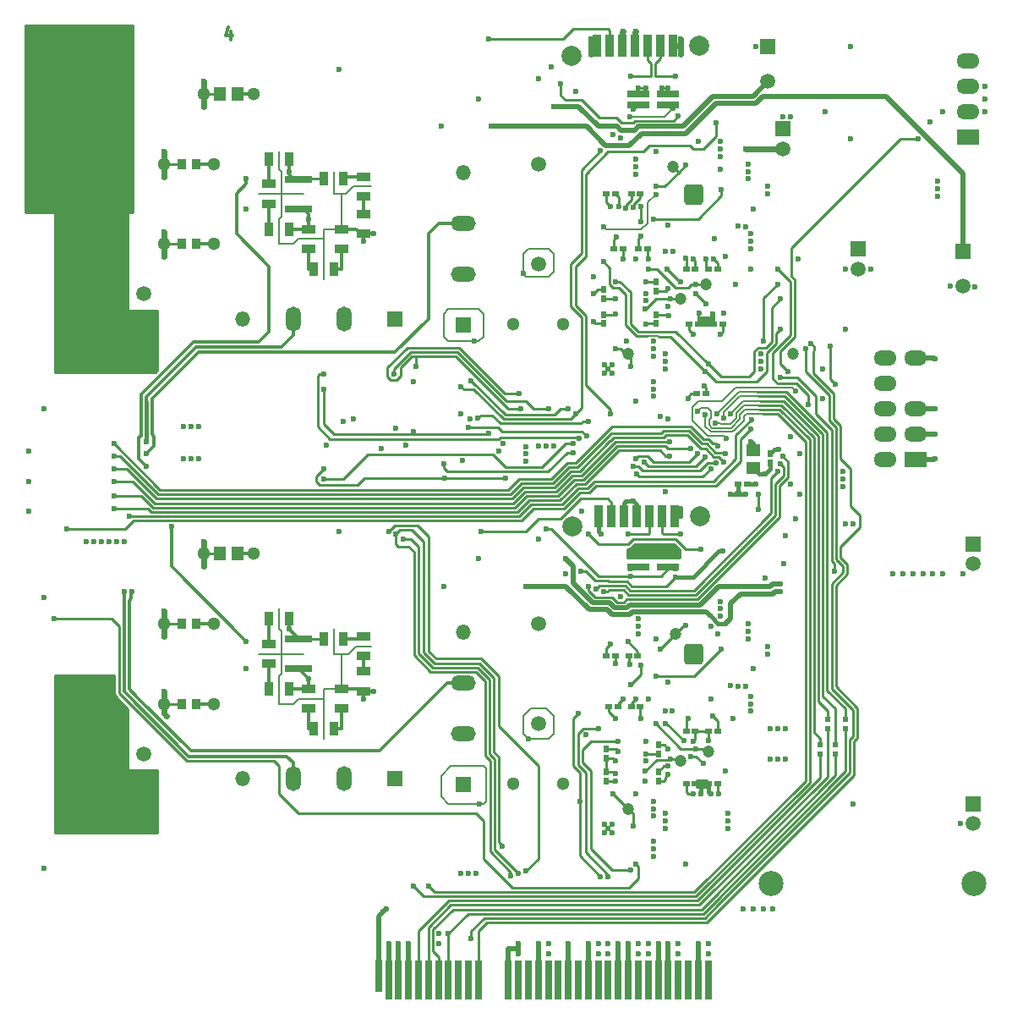
<source format=gbl>
G04 #@! TF.FileFunction,Copper,L4,Bot,Signal*
%FSLAX46Y46*%
G04 Gerber Fmt 4.6, Leading zero omitted, Abs format (unit mm)*
G04 Created by KiCad (PCBNEW (after 2015-may-25 BZR unknown)-product) date Wed 27 May 2015 09:58:39 PM EDT*
%MOMM*%
G01*
G04 APERTURE LIST*
%ADD10C,0.100000*%
%ADD11C,0.300000*%
%ADD12R,0.900000X2.300000*%
%ADD13C,2.000000*%
%ADD14C,0.600000*%
%ADD15C,1.500000*%
%ADD16R,1.450000X0.950000*%
%ADD17R,1.500000X1.500000*%
%ADD18O,1.500000X2.500000*%
%ADD19O,1.500000X1.500000*%
%ADD20C,1.300000*%
%ADD21R,2.286000X1.524000*%
%ADD22O,2.286000X1.524000*%
%ADD23R,0.701040X4.000500*%
%ADD24R,0.701040X3.200400*%
%ADD25R,1.150000X1.450000*%
%ADD26R,2.200000X0.750000*%
%ADD27R,0.600000X0.650000*%
%ADD28R,0.650000X0.600000*%
%ADD29R,1.450000X1.150000*%
%ADD30C,3.200000*%
%ADD31O,2.500000X1.500000*%
%ADD32R,0.950000X1.450000*%
%ADD33R,0.850000X1.000000*%
%ADD34C,2.500000*%
%ADD35C,1.200000*%
%ADD36R,0.600000X0.600000*%
%ADD37R,2.790000X0.760000*%
%ADD38C,0.200000*%
%ADD39C,0.600000*%
%ADD40C,0.500000*%
%ADD41C,0.250000*%
%ADD42C,0.350000*%
%ADD43C,0.400000*%
%ADD44C,0.180000*%
G04 APERTURE END LIST*
D10*
D11*
X83728572Y-19742857D02*
X83728572Y-20542857D01*
X83442858Y-19285714D02*
X83157143Y-20142857D01*
X83900001Y-20142857D01*
D12*
X128010000Y-21200000D03*
X126740000Y-21200000D03*
X125470000Y-21200000D03*
X124200000Y-21200000D03*
X122930000Y-21200000D03*
X121660000Y-21200000D03*
X120390000Y-21200000D03*
D13*
X117785000Y-22200000D03*
X130615000Y-21200000D03*
D14*
X130000000Y-36000000D03*
X130500000Y-35500000D03*
X130500000Y-36500000D03*
X129500000Y-36500000D03*
X129500000Y-35500000D03*
X121500000Y-53500000D03*
X121100000Y-53100000D03*
X121900000Y-53100000D03*
X121900000Y-53900000D03*
X121100000Y-53900000D03*
X130000000Y-82000000D03*
X130500000Y-81500000D03*
X130500000Y-82500000D03*
X129500000Y-82500000D03*
X129500000Y-81500000D03*
X121500000Y-99500000D03*
X121100000Y-99100000D03*
X121900000Y-99100000D03*
X121900000Y-99900000D03*
X121100000Y-99900000D03*
D15*
X114500000Y-89000000D03*
X114500000Y-79000000D03*
D16*
X94750000Y-41500000D03*
X94750000Y-39500000D03*
D17*
X100120000Y-94500000D03*
D18*
X95040000Y-94500000D03*
X89960000Y-94500000D03*
D19*
X84880000Y-94500000D03*
D20*
X86000000Y-26000000D03*
X81000000Y-26000000D03*
D21*
X152274000Y-62580000D03*
D22*
X152274000Y-60040000D03*
X152274000Y-57500000D03*
X152274000Y-52420000D03*
X149226000Y-62580000D03*
X149226000Y-60040000D03*
X149226000Y-57500000D03*
X149226000Y-54960000D03*
X149226000Y-52420000D03*
D15*
X114500000Y-43000000D03*
X114500000Y-33000000D03*
D23*
X111501140Y-114599440D03*
X112499360Y-114599440D03*
X113500120Y-114599440D03*
X114500880Y-114599440D03*
X115499100Y-114599440D03*
X116499860Y-114599440D03*
X117500620Y-114599440D03*
X108498860Y-114599440D03*
D24*
X98498880Y-114200660D03*
D23*
X99499640Y-114599440D03*
X100500400Y-114599440D03*
X101501160Y-114599440D03*
X102499380Y-114599440D03*
X103500140Y-114599440D03*
X104500900Y-114599440D03*
X105499120Y-114599440D03*
X106499880Y-114599440D03*
X107500640Y-114599440D03*
X118498840Y-114599440D03*
X119499600Y-114599440D03*
X120500360Y-114599440D03*
X121501120Y-114599440D03*
X122499340Y-114599440D03*
X123500100Y-114599440D03*
X124500860Y-114599440D03*
X125499080Y-114599440D03*
X126499840Y-114599440D03*
X127500600Y-114599440D03*
X128498820Y-114599440D03*
X129499580Y-114599440D03*
X130500340Y-114599440D03*
X131501100Y-114599440D03*
D20*
X82000000Y-87000000D03*
X77000000Y-87000000D03*
X86000000Y-72000000D03*
X81000000Y-72000000D03*
X82000000Y-79000000D03*
X77000000Y-79000000D03*
X117000000Y-95000000D03*
X112000000Y-95000000D03*
X117000000Y-49000000D03*
X112000000Y-49000000D03*
X82000000Y-33000000D03*
X77000000Y-33000000D03*
X82000000Y-41000000D03*
X77000000Y-41000000D03*
D25*
X84400000Y-72000000D03*
X82600000Y-72000000D03*
D26*
X127500000Y-73300000D03*
X127500000Y-72200000D03*
D27*
X121250000Y-94700000D03*
X121250000Y-93800000D03*
X126500000Y-91100000D03*
X126500000Y-92000000D03*
D28*
X129300000Y-89750000D03*
X130200000Y-89750000D03*
X132450000Y-95000000D03*
X131550000Y-95000000D03*
X121300000Y-82250000D03*
X122200000Y-82250000D03*
X124700000Y-87250000D03*
X123800000Y-87250000D03*
D26*
X124500000Y-72200000D03*
X124500000Y-73300000D03*
D27*
X121250000Y-92450000D03*
X121250000Y-91550000D03*
X126500000Y-93800000D03*
X126500000Y-94700000D03*
D28*
X131550000Y-89750000D03*
X132450000Y-89750000D03*
X130200000Y-95000000D03*
X129300000Y-95000000D03*
X123550000Y-82250000D03*
X124450000Y-82250000D03*
X122450000Y-87250000D03*
X121550000Y-87250000D03*
D29*
X136000000Y-63400000D03*
X136000000Y-61600000D03*
D17*
X158000000Y-97000000D03*
D15*
X158000000Y-99000000D03*
D17*
X158000000Y-71000000D03*
D15*
X158000000Y-73000000D03*
D17*
X146500000Y-41500000D03*
D15*
X146500000Y-43500000D03*
D17*
X139000000Y-29500000D03*
D15*
X139000000Y-31500000D03*
D25*
X84400000Y-26000000D03*
X82600000Y-26000000D03*
D26*
X127500000Y-27050000D03*
X127500000Y-25950000D03*
D27*
X121000000Y-48950000D03*
X121000000Y-48050000D03*
X126250000Y-45700000D03*
X126250000Y-44800000D03*
D28*
X132950000Y-49000000D03*
X132050000Y-49000000D03*
X129300000Y-43500000D03*
X130200000Y-43500000D03*
X124550000Y-41500000D03*
X125450000Y-41500000D03*
X121300000Y-36000000D03*
X122200000Y-36000000D03*
D26*
X124500000Y-25950000D03*
X124500000Y-27050000D03*
D27*
X121000000Y-46450000D03*
X121000000Y-45550000D03*
X126250000Y-48950000D03*
X126250000Y-48050000D03*
D28*
X130500000Y-49000000D03*
X129600000Y-49000000D03*
X131550000Y-43500000D03*
X132450000Y-43500000D03*
X122950000Y-41500000D03*
X122050000Y-41500000D03*
X123800000Y-36000000D03*
X124700000Y-36000000D03*
D15*
X75000000Y-46000000D03*
X75000000Y-48540000D03*
D30*
X69920000Y-40920000D03*
X69920000Y-51080000D03*
D15*
X75000000Y-92000000D03*
X75000000Y-94540000D03*
D30*
X69920000Y-86920000D03*
X69920000Y-97080000D03*
D21*
X157500000Y-30310000D03*
D22*
X157500000Y-27770000D03*
X157500000Y-25230000D03*
X157500000Y-22690000D03*
D17*
X107000000Y-95120000D03*
D31*
X107000000Y-90040000D03*
X107000000Y-84960000D03*
D19*
X107000000Y-79880000D03*
D17*
X107000000Y-49120000D03*
D31*
X107000000Y-44040000D03*
X107000000Y-38960000D03*
D19*
X107000000Y-33880000D03*
D17*
X100120000Y-48500000D03*
D18*
X95040000Y-48500000D03*
X89960000Y-48500000D03*
D19*
X84880000Y-48500000D03*
D32*
X87500000Y-85500000D03*
X89500000Y-85500000D03*
D16*
X87500000Y-81000000D03*
X87500000Y-83000000D03*
D32*
X89500000Y-78500000D03*
X87500000Y-78500000D03*
D16*
X91500000Y-85500000D03*
X91500000Y-87500000D03*
D32*
X93000000Y-80500000D03*
X95000000Y-80500000D03*
D33*
X80250000Y-79000000D03*
X78750000Y-79000000D03*
D32*
X92000000Y-89500000D03*
X94000000Y-89500000D03*
D16*
X97000000Y-80250000D03*
X97000000Y-82250000D03*
X94750000Y-87500000D03*
X94750000Y-85500000D03*
D33*
X80250000Y-87000000D03*
X78750000Y-87000000D03*
D16*
X97000000Y-83750000D03*
X97000000Y-85750000D03*
D32*
X87500000Y-39500000D03*
X89500000Y-39500000D03*
D16*
X87500000Y-35000000D03*
X87500000Y-37000000D03*
D32*
X89500000Y-32500000D03*
X87500000Y-32500000D03*
D16*
X91500000Y-39500000D03*
X91500000Y-41500000D03*
D32*
X93000000Y-34500000D03*
X95000000Y-34500000D03*
D33*
X80250000Y-33000000D03*
X78750000Y-33000000D03*
D32*
X92000000Y-43500000D03*
X94000000Y-43500000D03*
D16*
X97000000Y-34250000D03*
X97000000Y-36250000D03*
D33*
X80250000Y-41000000D03*
X78750000Y-41000000D03*
D16*
X97000000Y-38000000D03*
X97000000Y-40000000D03*
D34*
X158160000Y-105000000D03*
X137840000Y-105000000D03*
D35*
X140000000Y-52000000D03*
D17*
X157000000Y-41749940D03*
D15*
X157000000Y-45250060D03*
D17*
X137500000Y-21249940D03*
D15*
X137500000Y-24750060D03*
D28*
X135400000Y-65000000D03*
X134500000Y-65000000D03*
D27*
X137750000Y-62900000D03*
X137750000Y-62000000D03*
D28*
X130350000Y-56000000D03*
X131250000Y-56000000D03*
D36*
X143500000Y-88550000D03*
X143500000Y-89450000D03*
X144250000Y-91100000D03*
X144250000Y-92000000D03*
X142750000Y-91100000D03*
X142750000Y-92000000D03*
X145250000Y-88550000D03*
X145250000Y-89450000D03*
D35*
X123500000Y-52000000D03*
X123500000Y-97500000D03*
X128750000Y-46500000D03*
X128750000Y-92750000D03*
X131250000Y-45000000D03*
X131500000Y-91750000D03*
X128000000Y-33250000D03*
X128250000Y-80000000D03*
D12*
X128120000Y-68250000D03*
X126850000Y-68250000D03*
X125580000Y-68250000D03*
X124310000Y-68250000D03*
X123040000Y-68250000D03*
X121770000Y-68250000D03*
X120500000Y-68250000D03*
D13*
X117895000Y-69250000D03*
X130725000Y-68250000D03*
D37*
X90500000Y-34510000D03*
X90500000Y-37490000D03*
X90500000Y-80510000D03*
X90500000Y-83490000D03*
D14*
X101250000Y-61144990D03*
X106749996Y-58000000D03*
X64000000Y-33000000D03*
X64000000Y-30000000D03*
X64000000Y-27000000D03*
X64000000Y-24000000D03*
X64000000Y-21000000D03*
X67000000Y-21000000D03*
X67000000Y-24000000D03*
X67000000Y-27000000D03*
X67000000Y-30000000D03*
X67000000Y-33000000D03*
X73000000Y-33000000D03*
X73000000Y-30000000D03*
X73000000Y-27000000D03*
X73000000Y-24000000D03*
X73000000Y-21000000D03*
X70000000Y-21000000D03*
X70000000Y-24000000D03*
X70000000Y-27000000D03*
X70000000Y-30000000D03*
X70000000Y-33000000D03*
X74000000Y-49500000D03*
X73500000Y-48500000D03*
X75000000Y-50000000D03*
X70000000Y-48000000D03*
X70000000Y-44000000D03*
X70000000Y-46000000D03*
X74000000Y-95500000D03*
X75000000Y-96000000D03*
X73500000Y-94500000D03*
X70000000Y-94000000D03*
X70000000Y-90000000D03*
X70000000Y-92000000D03*
X77250000Y-88250000D03*
X77000000Y-85750000D03*
X77000000Y-77750000D03*
X77000000Y-80250000D03*
X81000000Y-73250000D03*
X81000000Y-70750000D03*
X77000000Y-42250000D03*
X77000000Y-39750000D03*
X77000000Y-34250000D03*
X77000000Y-31750000D03*
X81000000Y-24750000D03*
X81000000Y-27250000D03*
X156750000Y-99000000D03*
X157000000Y-74000000D03*
X154250000Y-52500000D03*
X154250000Y-57500000D03*
X154250000Y-60000000D03*
X145750000Y-21250000D03*
X136250000Y-21250000D03*
X139750000Y-28250000D03*
X139000000Y-28250000D03*
X147750000Y-43500000D03*
X145250000Y-43500000D03*
X158233835Y-45266165D03*
X155750000Y-45250000D03*
X159250000Y-25250000D03*
X159250000Y-26500000D03*
X159250000Y-27750000D03*
X136750000Y-53500000D03*
X136750000Y-53500000D03*
X112579200Y-56001050D03*
X111750000Y-104250000D03*
X146000000Y-97000000D03*
X122250000Y-92709990D03*
X120000000Y-44250000D03*
X123003750Y-42496231D03*
X100250000Y-70000000D03*
X153750000Y-28750000D03*
X145750000Y-30500000D03*
X137500000Y-35250000D03*
X122768980Y-30410020D03*
X128500000Y-112000000D03*
X118250000Y-25750000D03*
X99250000Y-107500000D03*
X121983805Y-30016195D03*
X124246531Y-86487509D03*
X126000000Y-98250000D03*
X124500000Y-112000000D03*
X71500000Y-70750000D03*
X120500000Y-112000000D03*
X117500000Y-111000000D03*
X122500000Y-111000000D03*
X132750000Y-30750000D03*
X124250000Y-32500000D03*
X126000000Y-55500000D03*
X124500000Y-25370009D03*
X125250000Y-46669990D03*
X79000000Y-62500000D03*
X105000000Y-75250000D03*
X133500000Y-98750000D03*
X132750000Y-78250000D03*
X125220163Y-94758354D03*
X94500000Y-23500000D03*
X126773363Y-71226637D03*
X124500000Y-71250000D03*
X114500000Y-61250000D03*
X106939871Y-62689871D03*
X126000000Y-51500000D03*
X127500000Y-25370009D03*
X123198280Y-37399607D03*
X117250000Y-74000000D03*
X138500000Y-92500000D03*
X114500000Y-24500000D03*
X125500000Y-86500000D03*
X125250000Y-44750000D03*
X69250000Y-70750000D03*
X73000000Y-70750000D03*
X70750000Y-70750000D03*
X122500000Y-112000000D03*
X125217248Y-71282752D03*
X143250000Y-27750000D03*
X122250000Y-83000000D03*
X132750000Y-31500000D03*
X133500000Y-99500000D03*
X136750000Y-52000000D03*
X127250000Y-87750000D03*
X135500000Y-33000000D03*
X119500000Y-111000000D03*
X120500000Y-111000000D03*
X132750000Y-77500000D03*
X124514381Y-79985619D03*
X124500000Y-79250000D03*
X135500000Y-34500000D03*
X112500000Y-112000000D03*
X121500000Y-112000000D03*
X124500000Y-111000000D03*
X124250000Y-33250000D03*
X127499998Y-93250000D03*
X122250000Y-48030003D03*
X133084897Y-47925091D03*
X122998427Y-86498956D03*
X133250000Y-93750000D03*
X125250000Y-25370009D03*
X116000000Y-61250000D03*
X70000000Y-70750000D03*
X115250000Y-61250000D03*
X101500000Y-111000000D03*
X131500000Y-111000000D03*
X115500000Y-112000000D03*
X124250000Y-34000000D03*
X125500000Y-111000000D03*
X125500000Y-112000000D03*
X127500000Y-112000000D03*
X94500000Y-69750000D03*
X99250000Y-107500000D03*
X97000000Y-86500000D03*
X98000000Y-85750000D03*
X98000000Y-40000000D03*
X126000000Y-50750000D03*
X110894998Y-101250000D03*
X122530003Y-37250000D03*
X126000000Y-98250000D03*
X133500000Y-99500000D03*
X133500000Y-98000000D03*
X126773363Y-71226637D03*
X123003749Y-42496232D03*
X136750000Y-52750000D03*
X127500000Y-71250000D03*
X125217248Y-71282752D03*
X121500000Y-111000000D03*
X124500000Y-71250000D03*
X79000000Y-62500000D03*
X111000000Y-61000000D03*
X79750000Y-62500000D03*
X126000000Y-54750000D03*
X126000000Y-51500000D03*
X126837812Y-25412188D03*
X125250000Y-25370009D03*
X121983805Y-30016195D03*
X122768980Y-30410020D03*
X101500000Y-112000000D03*
X123198280Y-37399607D03*
X137750000Y-92500000D03*
X126000000Y-102250000D03*
X125500000Y-42500000D03*
X104750000Y-29250000D03*
X114500000Y-70500000D03*
X97000000Y-40750000D03*
X69250000Y-70750000D03*
X70000000Y-70750000D03*
X126000000Y-54750000D03*
X73000000Y-70750000D03*
X72250000Y-70750000D03*
X124250000Y-42500000D03*
X71500000Y-70750000D03*
X70750000Y-70750000D03*
X126000000Y-52250000D03*
X126000000Y-52250000D03*
X131774268Y-96026499D03*
X126000000Y-101500000D03*
X127250000Y-87750000D03*
X126000000Y-100750000D03*
X127250000Y-41750000D03*
X127901655Y-87755336D03*
X126000000Y-96750000D03*
X125250000Y-49000000D03*
X72250000Y-70750000D03*
X132750000Y-77500000D03*
X124520558Y-78520942D03*
X126000000Y-97500000D03*
X124520558Y-78520942D03*
X80500000Y-62500000D03*
X126000000Y-97500000D03*
X124500000Y-79250000D03*
X98000000Y-40000000D03*
X135500000Y-33000000D03*
X97000000Y-40750000D03*
X132750000Y-32250000D03*
X137750000Y-92500000D03*
X132750000Y-30750000D03*
X135500000Y-33750000D03*
X124250000Y-32500000D03*
X124250000Y-34000000D03*
X127250000Y-41750000D03*
X126500000Y-112000000D03*
X127499998Y-93250000D03*
X114500000Y-70500000D03*
X125250000Y-44750000D03*
X127901655Y-87755336D03*
X114500000Y-111000000D03*
X125250000Y-49000000D03*
X125250000Y-46000000D03*
X131250000Y-42500000D03*
X132750000Y-32250000D03*
X94500000Y-23500000D03*
X130574996Y-47936802D03*
X135500000Y-33750000D03*
X126000000Y-55500000D03*
X123675004Y-83063198D03*
X122998427Y-86498956D03*
X133250000Y-93750000D03*
X125500000Y-86500000D03*
X125250000Y-92000000D03*
X125250000Y-92750000D03*
X122250000Y-94000000D03*
X117250000Y-74000000D03*
X125500000Y-42500000D03*
X114500000Y-112000000D03*
X114500000Y-61250000D03*
X130000000Y-42500000D03*
X115250000Y-61250000D03*
X124514381Y-79985619D03*
X101500000Y-112000000D03*
X126000000Y-96750000D03*
X115500000Y-111000000D03*
X122250000Y-83000000D03*
X114500000Y-111000000D03*
X136750000Y-52750000D03*
X117500000Y-112000000D03*
X127500000Y-111000000D03*
X130500000Y-112000000D03*
X117500000Y-111000000D03*
X132000000Y-48000000D03*
X120500000Y-111000000D03*
X132750000Y-31500000D03*
X138500000Y-92500000D03*
X121500000Y-112000000D03*
X127500000Y-25370009D03*
X126837812Y-25412188D03*
X124500000Y-111000000D03*
X124246531Y-86487509D03*
X125500000Y-111000000D03*
X130000000Y-90750000D03*
X139250000Y-92500000D03*
X126000000Y-100750000D03*
X128500000Y-112000000D03*
X130500000Y-111000000D03*
X128000000Y-41750000D03*
X128500000Y-111000000D03*
X114500000Y-24500000D03*
X118250000Y-25750000D03*
X112500000Y-111000000D03*
X130500000Y-112000000D03*
X126000000Y-50750000D03*
X135500000Y-34500000D03*
X105000000Y-75250000D03*
X137500000Y-36000000D03*
X133084897Y-47925091D03*
X130500000Y-111000000D03*
X110894998Y-101250000D03*
X131500000Y-112000000D03*
X128000000Y-41750000D03*
X112750000Y-57500000D03*
X123500000Y-112000000D03*
X136750000Y-52000000D03*
X123500000Y-111000000D03*
X122250000Y-48030003D03*
X126000000Y-102250000D03*
X122500000Y-112000000D03*
X126500000Y-111000000D03*
X130000000Y-90750000D03*
X125250000Y-92750000D03*
X119500000Y-112000000D03*
X126500000Y-111000000D03*
X115500000Y-112000000D03*
X123500000Y-112000000D03*
X126500000Y-112000000D03*
X119500000Y-111000000D03*
X125250000Y-46000000D03*
X120500000Y-112000000D03*
X125500000Y-112000000D03*
X63500000Y-61750000D03*
X129250000Y-102999991D03*
X122530003Y-37250000D03*
X122250000Y-46469997D03*
X145250000Y-49500000D03*
X127500000Y-58500000D03*
X133500000Y-98750000D03*
X135750000Y-40750000D03*
X122500000Y-111000000D03*
X135750000Y-41500000D03*
X135789929Y-43500000D03*
X104750000Y-29250000D03*
X131500000Y-112000000D03*
X94500000Y-69750000D03*
X134517393Y-39210243D03*
X112500000Y-111000000D03*
X127500000Y-112000000D03*
X154500000Y-35500000D03*
X125250000Y-90750000D03*
X112500000Y-112000000D03*
X154500000Y-36250000D03*
X154500000Y-34750000D03*
X127499996Y-47250000D03*
X98000000Y-85750000D03*
X135250000Y-66000000D03*
X106939871Y-62689871D03*
X126000000Y-56250000D03*
X133750000Y-66000000D03*
X139250000Y-92500000D03*
X122250000Y-46469997D03*
X130574996Y-47936802D03*
X139214947Y-70208573D03*
X132750000Y-76750000D03*
X125250000Y-90750000D03*
X116000000Y-61250000D03*
X138592237Y-61585058D03*
X140644978Y-62000000D03*
X145000000Y-63750000D03*
X132100000Y-40500000D03*
X145266195Y-69016195D03*
X124500000Y-112000000D03*
X119500000Y-112000000D03*
X140250000Y-68500000D03*
X126000000Y-101500000D03*
X63500000Y-64750000D03*
X123675004Y-83063198D03*
X128500000Y-111000000D03*
X101500000Y-111000000D03*
X63500000Y-67750000D03*
X117500000Y-112000000D03*
X132000000Y-48000000D03*
X138592238Y-61585058D03*
X139750000Y-60250000D03*
X132750000Y-76750000D03*
X104535170Y-110000000D03*
X115500000Y-111000000D03*
X131116784Y-55222398D03*
X130000000Y-42500000D03*
X131774268Y-96026499D03*
X132750000Y-78250000D03*
X104535172Y-110000000D03*
X104535170Y-110999998D03*
X135750000Y-40000000D03*
X126000000Y-56250000D03*
X121500000Y-111000000D03*
X127500000Y-58500000D03*
X118802813Y-67697187D03*
X124250000Y-42500000D03*
X145000000Y-64500000D03*
X131250000Y-42500000D03*
X131500000Y-111000000D03*
X122250000Y-94000000D03*
X124250000Y-33250000D03*
X79750000Y-62500000D03*
X122750000Y-76250000D03*
X135250000Y-39250000D03*
X127500000Y-71250000D03*
X100250000Y-59394990D03*
X145000000Y-65250000D03*
X102000000Y-54750000D03*
X95000000Y-58750000D03*
X125250000Y-46669990D03*
X123500000Y-111000000D03*
X111000000Y-61000000D03*
X80500000Y-62500000D03*
X125250000Y-92000000D03*
X102250000Y-53250000D03*
X127500000Y-111000000D03*
X104535172Y-110999998D03*
X112750000Y-57500000D03*
X120750000Y-70000000D03*
X133500000Y-98000000D03*
X97000000Y-86500000D03*
X127499996Y-47250000D03*
X135750000Y-60750000D03*
X114500000Y-112000000D03*
X93250000Y-61144990D03*
X119250048Y-90105565D03*
X131750000Y-86500000D03*
X135500000Y-79750000D03*
X135500000Y-79000000D03*
X135500000Y-80500000D03*
X134500000Y-85250000D03*
X133767393Y-85210243D03*
X135250000Y-85250000D03*
X135500000Y-80500000D03*
X134500000Y-85250000D03*
X133767393Y-85210243D03*
X135250000Y-85250000D03*
X135500000Y-79000000D03*
X135500000Y-79750000D03*
X135750000Y-87000000D03*
X135750000Y-86250000D03*
X135750000Y-87750000D03*
X137500000Y-81250000D03*
X137500000Y-82000000D03*
X130780003Y-96000000D03*
X131500000Y-90669945D03*
X124500000Y-25370009D03*
X119750000Y-21250000D03*
X119750000Y-22000000D03*
X119750000Y-20500000D03*
X123000000Y-19750000D03*
X124250000Y-19750000D03*
X128750000Y-21250000D03*
X128750000Y-22000000D03*
X128750000Y-20500000D03*
X124000000Y-66750000D03*
X128750000Y-68250000D03*
X128750000Y-67500000D03*
X108500000Y-72500000D03*
X108500000Y-26500000D03*
X131750000Y-79250000D03*
X65000000Y-76404004D03*
X137250000Y-74413551D03*
X140470683Y-42500000D03*
X127250000Y-53500000D03*
X127250000Y-52000000D03*
X127250000Y-52750000D03*
X127250000Y-99500000D03*
X127250000Y-98000000D03*
X127250000Y-98750000D03*
X130500000Y-30750000D03*
X136000000Y-37500000D03*
X133250000Y-42250000D03*
X124750000Y-40250000D03*
X121750000Y-37250000D03*
X123291138Y-50680020D03*
X128259388Y-73518777D03*
X136000000Y-83500000D03*
X124250000Y-96000000D03*
X122250000Y-94780003D03*
X127500000Y-91500000D03*
X124750000Y-88500000D03*
X121750000Y-81000000D03*
X132734610Y-50016067D03*
X129221891Y-42445692D03*
X119983933Y-48734610D03*
X127500000Y-45500000D03*
X132553761Y-95998038D03*
X129500008Y-88500000D03*
X128000000Y-27429990D03*
X123700000Y-28269990D03*
X65000000Y-57500000D03*
X65000000Y-103500000D03*
X123754921Y-74240158D03*
X115750000Y-23250000D03*
X134000000Y-88500000D03*
X115250000Y-69500000D03*
X135250000Y-31500000D03*
X132500000Y-80030020D03*
X122500000Y-91750000D03*
X66000000Y-78500000D03*
X134229909Y-45000000D03*
X139250000Y-89500000D03*
X137750000Y-89500000D03*
X138500000Y-89500000D03*
X132750000Y-33500000D03*
X127500000Y-39105006D03*
X126250000Y-31750000D03*
X122317811Y-40287801D03*
X124250000Y-56750000D03*
X127500000Y-84855010D03*
X126250000Y-80500000D03*
X124250000Y-103000000D03*
X130000000Y-96000000D03*
X132000000Y-88250000D03*
X122250000Y-88500000D03*
X130000000Y-50000000D03*
X132030003Y-42500000D03*
X120007579Y-46005008D03*
X127500000Y-94030013D03*
X127588155Y-48193839D03*
X123472804Y-80801256D03*
X124000000Y-27500000D03*
X123749942Y-73460162D03*
X123979886Y-37373868D03*
X118250000Y-58000000D03*
X106750000Y-55250000D03*
X120697194Y-31697194D03*
X105087419Y-64429990D03*
X93000000Y-55500000D03*
X93000000Y-63500000D03*
X102000000Y-59750000D03*
X111250000Y-64429990D03*
X109500000Y-59929980D03*
X85250000Y-83500000D03*
X85250000Y-37500000D03*
X150000000Y-74000000D03*
X151000000Y-74000000D03*
X152000000Y-74000000D03*
X153000000Y-74000000D03*
X154000000Y-74000000D03*
X155000000Y-74000000D03*
X138000000Y-107500000D03*
X137000000Y-107500000D03*
X136000000Y-107500000D03*
X135000000Y-107500000D03*
X100500000Y-111000000D03*
X99500000Y-111000000D03*
X100500000Y-112000000D03*
X99500000Y-112000000D03*
X154250000Y-62500000D03*
X129500000Y-56500000D03*
X140644978Y-66000000D03*
X139105010Y-73000000D03*
X136250000Y-65000000D03*
X155000000Y-27750000D03*
X106750000Y-104000000D03*
X108250000Y-104000000D03*
X107500000Y-104000000D03*
X127250000Y-65820010D03*
X126750000Y-58250000D03*
X137250000Y-64000000D03*
X143000000Y-56500000D03*
X143000000Y-53500000D03*
X146046007Y-68998985D03*
X139750000Y-65000000D03*
X105500000Y-110000000D03*
X75250000Y-60750000D03*
X75250000Y-63250000D03*
X85250000Y-34500000D03*
X75250000Y-62000000D03*
X73000000Y-75750000D03*
X77750000Y-69290040D03*
X85250000Y-80750000D03*
X73780003Y-75750000D03*
X100000000Y-54000000D03*
X115500000Y-57500000D03*
X128250000Y-24229989D03*
X123750000Y-24229989D03*
X117500000Y-57500000D03*
X107750000Y-54669990D03*
X99500000Y-69750000D03*
X113250000Y-103750000D03*
X128750000Y-70000000D03*
X123500000Y-70000000D03*
X112500000Y-104000000D03*
X101000000Y-70500000D03*
X132280010Y-28910020D03*
X121750000Y-58000000D03*
X130750000Y-71500000D03*
X119500000Y-70000000D03*
X125137811Y-62830020D03*
X131204173Y-62313327D03*
X124000000Y-63250000D03*
X132286479Y-62890031D03*
X107750000Y-110500000D03*
X141250000Y-51500000D03*
X109500000Y-20500000D03*
X108750000Y-69750000D03*
X108632908Y-97000000D03*
X113500000Y-90500000D03*
X108120291Y-50750000D03*
X113000000Y-43956243D03*
X91500000Y-38500000D03*
X91500000Y-38500000D03*
X98750000Y-61479850D03*
X113250000Y-75250000D03*
X138750000Y-75780003D03*
X110500000Y-61750000D03*
X113250000Y-62750000D03*
X113250000Y-62000000D03*
X113250000Y-61320010D03*
X114000000Y-75250000D03*
X109750000Y-29250000D03*
X96000000Y-58500000D03*
X116000000Y-27250000D03*
X117250000Y-72500000D03*
X79750000Y-59250000D03*
X79000000Y-59250000D03*
X80500000Y-59250000D03*
X118000000Y-73750000D03*
X138750000Y-75000000D03*
X107669224Y-58503687D03*
X136500000Y-67535019D03*
X136500000Y-66000000D03*
X122250000Y-51500000D03*
X123750000Y-53250000D03*
X124250000Y-62500000D03*
X130404646Y-61971504D03*
X93000000Y-54000000D03*
X118577287Y-60466697D03*
X93000000Y-64500000D03*
X118000000Y-61000000D03*
X107530617Y-59386773D03*
X119320812Y-60230925D03*
X118023044Y-61878656D03*
X105000000Y-63000000D03*
X67250000Y-69500000D03*
X135778057Y-59528057D03*
X122500000Y-90750000D03*
X138500000Y-63750000D03*
X123750000Y-103644990D03*
X120250000Y-75500000D03*
X119500000Y-75250000D03*
X118644990Y-96750000D03*
X118500000Y-88000000D03*
X139000000Y-62250000D03*
X120719997Y-104269990D03*
X132838795Y-35523678D03*
X126000000Y-38499996D03*
X121000000Y-75750000D03*
X138750000Y-63000000D03*
X120500000Y-89500000D03*
X121500000Y-104269990D03*
X128500000Y-28194990D03*
X116750000Y-25000000D03*
X119500000Y-58750000D03*
X108447187Y-58447187D03*
X73500000Y-68250000D03*
X135838580Y-58560514D03*
X131500004Y-53000000D03*
X138750000Y-46500000D03*
X122250000Y-44750000D03*
X131231482Y-53781790D03*
X138750000Y-49500000D03*
X121000000Y-42750000D03*
X126250000Y-36030003D03*
X121000000Y-39250000D03*
X124310289Y-63970592D03*
X131752031Y-63495051D03*
X72000000Y-61000000D03*
X132500000Y-61250000D03*
X72000000Y-62250000D03*
X133250000Y-62000000D03*
X72000000Y-63500000D03*
X133071307Y-62796771D03*
X72000000Y-64750000D03*
X127649264Y-60805966D03*
X72000000Y-66250000D03*
X129783289Y-61499998D03*
X72000000Y-67500000D03*
X127649263Y-62194034D03*
X144120060Y-73750000D03*
X138750019Y-54319970D03*
X139500002Y-53750000D03*
X152500000Y-30500000D03*
X141801545Y-50948455D03*
X128249375Y-74298714D03*
X118780003Y-73750000D03*
X133000000Y-71750000D03*
X124000000Y-99250000D03*
X122000000Y-96000000D03*
X131250000Y-47000000D03*
X130250000Y-46000000D03*
X128750000Y-44750000D03*
X127394990Y-43500000D03*
X132838795Y-81523678D03*
X126249998Y-84250000D03*
X129750000Y-92250000D03*
X131000000Y-93000000D03*
X129052806Y-90697194D03*
X127250000Y-88969980D03*
X89500000Y-33750000D03*
X89500000Y-79500000D03*
X89500000Y-79500000D03*
X91500000Y-84500000D03*
X91500000Y-84500000D03*
X144250000Y-55000000D03*
X143750000Y-51250000D03*
X131220222Y-58057000D03*
X103500000Y-105250000D03*
X130476189Y-57742477D03*
X102000000Y-105250000D03*
X133750000Y-58000000D03*
X133040956Y-58429980D03*
X132220089Y-58884943D03*
X132360243Y-58012026D03*
X141528057Y-57028057D03*
X138500000Y-43500000D03*
X137069970Y-50750000D03*
X138500000Y-45000000D03*
X127750000Y-46500000D03*
X125222955Y-47508005D03*
X125225852Y-93742466D03*
X127750000Y-92500000D03*
X124750000Y-38750000D03*
X130250000Y-45000000D03*
X125500000Y-43500000D03*
X124750000Y-37250004D03*
X124750000Y-83144990D03*
X123750000Y-85105010D03*
X130250000Y-91500000D03*
X126250000Y-88969980D03*
X126250000Y-35250000D03*
X129250000Y-33144978D03*
X126750000Y-81500000D03*
X129250000Y-79144976D03*
X140250000Y-55750000D03*
X133301552Y-60448448D03*
D38*
X88500000Y-33500000D02*
X88500000Y-31750000D01*
X88250000Y-36000000D02*
X86500000Y-36000000D01*
X96000000Y-35250000D02*
X97750000Y-35250000D01*
X94000000Y-36000000D02*
X94000000Y-33750000D01*
X93000000Y-44000000D02*
X93000000Y-44500000D01*
X93000000Y-43750000D02*
X93000000Y-44000000D01*
X93000000Y-40495888D02*
X93000000Y-43750000D01*
X96250000Y-81250000D02*
X97750000Y-81250000D01*
X95500000Y-82000000D02*
X96250000Y-81250000D01*
X94750000Y-82000000D02*
X95500000Y-82000000D01*
X94000000Y-82000000D02*
X94000000Y-79500000D01*
X94750000Y-82000000D02*
X94000000Y-82000000D01*
X94750000Y-84825000D02*
X94750000Y-82000000D01*
X94750000Y-85500000D02*
X94750000Y-84825000D01*
X88576110Y-82013698D02*
X86513698Y-82013698D01*
X88750000Y-82013698D02*
X88576110Y-82013698D01*
X88576110Y-82013698D02*
X91013698Y-82013698D01*
X88750000Y-82013698D02*
X88750000Y-79750000D01*
X88750000Y-84000000D02*
X88750000Y-82013698D01*
X88500000Y-79500000D02*
X88500000Y-77500000D01*
X88750000Y-79750000D02*
X88500000Y-79500000D01*
X88500000Y-84250000D02*
X88750000Y-84000000D01*
X88500000Y-87000000D02*
X88500000Y-84250000D01*
X89295998Y-87000000D02*
X88500000Y-87000000D01*
X90000000Y-87000000D02*
X89295998Y-87000000D01*
X90494999Y-86505001D02*
X90000000Y-87000000D01*
X93000000Y-86503337D02*
X93000000Y-90000000D01*
X93000000Y-85500000D02*
X93000000Y-86503337D01*
X93000000Y-86503337D02*
X92998336Y-86505001D01*
X92998336Y-86505001D02*
X90494999Y-86505001D01*
X93000000Y-90000000D02*
X93000000Y-90500000D01*
X94750000Y-85500000D02*
X93000000Y-85500000D01*
D39*
X75000000Y-48540000D02*
X74960000Y-48540000D01*
X74960000Y-48540000D02*
X74000000Y-49500000D01*
X75000000Y-48540000D02*
X73540000Y-48540000D01*
X73540000Y-48540000D02*
X73500000Y-48500000D01*
X75000000Y-48540000D02*
X75000000Y-50000000D01*
X70000000Y-48000000D02*
X70000000Y-51000000D01*
X70000000Y-51000000D02*
X69920000Y-51080000D01*
X70000000Y-46000000D02*
X70000000Y-48000000D01*
X70000000Y-46000000D02*
X70000000Y-44000000D01*
X75000000Y-94540000D02*
X74960000Y-94540000D01*
X74960000Y-94540000D02*
X74000000Y-95500000D01*
X75000000Y-94540000D02*
X75000000Y-96000000D01*
X75000000Y-94540000D02*
X73540000Y-94540000D01*
X73540000Y-94540000D02*
X73500000Y-94500000D01*
X70000000Y-94000000D02*
X70000000Y-97000000D01*
X70000000Y-97000000D02*
X69920000Y-97080000D01*
X70000000Y-92000000D02*
X70000000Y-94000000D01*
X70000000Y-92000000D02*
X70000000Y-90000000D01*
X77000000Y-87000000D02*
X77000000Y-88000000D01*
X77000000Y-88000000D02*
X77250000Y-88250000D01*
X77000000Y-87000000D02*
X77000000Y-85750000D01*
X77000000Y-79000000D02*
X77000000Y-77750000D01*
X77000000Y-79000000D02*
X77000000Y-80250000D01*
X81000000Y-72000000D02*
X81000000Y-73250000D01*
X81000000Y-72000000D02*
X81000000Y-70750000D01*
X77000000Y-41000000D02*
X77000000Y-42250000D01*
X77000000Y-41000000D02*
X77000000Y-39750000D01*
X77000000Y-33000000D02*
X77000000Y-34250000D01*
X77000000Y-33000000D02*
X77000000Y-31750000D01*
X81000000Y-26000000D02*
X81000000Y-24750000D01*
X81000000Y-26000000D02*
X81000000Y-27250000D01*
D40*
X152020000Y-52420000D02*
X154170000Y-52420000D01*
X154170000Y-52420000D02*
X154250000Y-52500000D01*
X152020000Y-57500000D02*
X154250000Y-57500000D01*
X152020000Y-60040000D02*
X154210000Y-60040000D01*
X154210000Y-60040000D02*
X154250000Y-60000000D01*
D41*
X108250000Y-53092379D02*
X111158671Y-56001050D01*
X111158671Y-56001050D02*
X112579200Y-56001050D01*
X101380010Y-51369990D02*
X106527612Y-51369990D01*
X106527612Y-51369990D02*
X108250000Y-53092379D01*
X99394999Y-53355001D02*
X101380010Y-51369990D01*
X100750000Y-53358124D02*
X100750000Y-54145402D01*
X100750000Y-54145402D02*
X100290401Y-54605001D01*
X100290401Y-54605001D02*
X99709599Y-54605001D01*
X99394999Y-54290401D02*
X99394999Y-53355001D01*
X99709599Y-54605001D02*
X99394999Y-54290401D01*
X101858124Y-52250000D02*
X100750000Y-53358124D01*
X106191372Y-52250000D02*
X102184835Y-52250000D01*
X102184835Y-52250000D02*
X101858124Y-52250000D01*
X102250000Y-53250000D02*
X102250000Y-52315165D01*
X102250000Y-52315165D02*
X102184835Y-52250000D01*
X103000000Y-70750000D02*
X103000000Y-81858124D01*
X103000000Y-81858124D02*
X103069990Y-81928115D01*
X110069990Y-91819990D02*
X110551290Y-92301290D01*
X110551290Y-100801290D02*
X110894998Y-101144998D01*
X103069990Y-81928115D02*
X104071885Y-82930010D01*
X104071885Y-82930010D02*
X108571886Y-82930010D01*
X108571886Y-82930010D02*
X110069990Y-84428114D01*
X110069990Y-84428114D02*
X110069990Y-91819990D01*
X110551290Y-92301290D02*
X110551290Y-100801290D01*
X110894998Y-101144998D02*
X110894998Y-101250000D01*
X100250000Y-70000000D02*
X100250000Y-71000000D01*
X100250000Y-71000000D02*
X100500000Y-71250000D01*
X103715655Y-83790030D02*
X108215658Y-83790030D01*
X100500000Y-71250000D02*
X101500000Y-71250000D01*
X101500000Y-71250000D02*
X102069990Y-71819990D01*
X102069990Y-71819990D02*
X102069991Y-82144365D01*
X102069991Y-82144365D02*
X103715655Y-83790030D01*
X111750000Y-103858124D02*
X111750000Y-104250000D01*
X108215658Y-83790030D02*
X109209970Y-84784342D01*
X109209970Y-84784342D02*
X109209970Y-92209970D01*
X109209970Y-92209970D02*
X109691270Y-92691270D01*
X109691270Y-101799394D02*
X111750000Y-103858124D01*
X109691270Y-92691270D02*
X109691270Y-101799394D01*
X100250000Y-70000000D02*
X100674991Y-69575009D01*
X100674991Y-69575009D02*
X101825009Y-69575009D01*
X101825009Y-69575009D02*
X103000000Y-70750000D01*
X121250000Y-92450000D02*
X121990010Y-92450000D01*
X122950000Y-42442483D02*
X123003749Y-42496232D01*
X111441373Y-57500000D02*
X112750000Y-57500000D01*
X123550000Y-82938194D02*
X123675004Y-83063198D01*
X130200000Y-43500000D02*
X130200000Y-42700000D01*
D40*
X117500000Y-112000000D02*
X117500000Y-111000000D01*
D38*
X90000000Y-41000000D02*
X89295998Y-41000000D01*
D41*
X124500000Y-25950000D02*
X124500000Y-25370009D01*
D38*
X94750000Y-39500000D02*
X94750000Y-38825000D01*
D41*
X121000000Y-46450000D02*
X122230003Y-46450000D01*
D40*
X111501140Y-111498860D02*
X111501140Y-114599440D01*
X112500000Y-112000000D02*
X112500000Y-111482505D01*
D41*
X127500000Y-71250000D02*
X126796726Y-71250000D01*
X124500000Y-71950000D02*
X124500000Y-71250000D01*
D42*
X96500000Y-85500000D02*
X94750000Y-85500000D01*
X96750000Y-40000000D02*
X96250000Y-39500000D01*
D41*
X123800000Y-36550000D02*
X123198280Y-37151720D01*
D40*
X130500340Y-114599440D02*
X130500340Y-111000340D01*
X119499600Y-114599440D02*
X119499600Y-112000400D01*
D41*
X78750000Y-87000000D02*
X77000000Y-87000000D01*
D38*
X90754112Y-40495888D02*
X90504112Y-40495888D01*
D42*
X97000000Y-85750000D02*
X98000000Y-85750000D01*
D40*
X126499840Y-112000160D02*
X126500000Y-112000000D01*
D41*
X130500000Y-49000000D02*
X130500000Y-48011798D01*
X127500000Y-71950000D02*
X127500000Y-71250000D01*
D40*
X126500000Y-112000000D02*
X126500000Y-111000000D01*
D42*
X97000000Y-40000000D02*
X98000000Y-40000000D01*
D40*
X126499840Y-114599440D02*
X126499840Y-112000160D01*
D41*
X123800000Y-36000000D02*
X123800000Y-36550000D01*
X130200000Y-42700000D02*
X130000000Y-42500000D01*
X126879991Y-25370009D02*
X126837812Y-25412188D01*
X127050000Y-93250000D02*
X127499998Y-93250000D01*
D38*
X89295998Y-41000000D02*
X88500000Y-41000000D01*
D41*
X78750000Y-79000000D02*
X77000000Y-79000000D01*
X127500000Y-25370009D02*
X126879991Y-25370009D01*
X122950000Y-41500000D02*
X122950000Y-42442483D01*
X122530003Y-36330003D02*
X122530003Y-37250000D01*
X125450000Y-41500000D02*
X125450000Y-42450000D01*
D38*
X94750000Y-36000000D02*
X95250000Y-36000000D01*
D41*
X132050000Y-48050000D02*
X132000000Y-48000000D01*
X130500000Y-48011798D02*
X130574996Y-47936802D01*
X126250000Y-48950000D02*
X125300000Y-48950000D01*
X125300000Y-48950000D02*
X125250000Y-49000000D01*
X125300000Y-44800000D02*
X125250000Y-44750000D01*
X122230003Y-46450000D02*
X122250000Y-46469997D01*
X121000000Y-48050000D02*
X122230003Y-48050000D01*
X122450000Y-87250000D02*
X122450000Y-87047383D01*
X122450000Y-87047383D02*
X122998427Y-86498956D01*
D38*
X93000000Y-39500000D02*
X93000000Y-40495888D01*
D41*
X126500000Y-92000000D02*
X125250000Y-92000000D01*
D38*
X88750000Y-36000000D02*
X88250000Y-36000000D01*
D41*
X82600000Y-26000000D02*
X81000000Y-26000000D01*
X125450000Y-42450000D02*
X125500000Y-42500000D01*
D42*
X97000000Y-85750000D02*
X97000000Y-86500000D01*
D38*
X95250000Y-36000000D02*
X96000000Y-35250000D01*
X88750000Y-36000000D02*
X88750000Y-33750000D01*
D41*
X78750000Y-41000000D02*
X77000000Y-41000000D01*
D38*
X94750000Y-38825000D02*
X94750000Y-36000000D01*
D40*
X123500100Y-112000100D02*
X123500000Y-112000000D01*
D41*
X127500000Y-25950000D02*
X127500000Y-25370009D01*
X122050000Y-93800000D02*
X122250000Y-94000000D01*
X123198280Y-37151720D02*
X123198280Y-37399607D01*
D40*
X101501160Y-111001160D02*
X101500000Y-111000000D01*
X114500880Y-112000880D02*
X114500000Y-112000000D01*
X117500620Y-112000620D02*
X117500000Y-112000000D01*
D38*
X94750000Y-36000000D02*
X94000000Y-36000000D01*
D40*
X130500340Y-111000340D02*
X130500000Y-111000000D01*
X127500600Y-112000600D02*
X127500000Y-112000000D01*
X127500600Y-114599440D02*
X127500600Y-112000600D01*
X122499340Y-112000660D02*
X122500000Y-112000000D01*
X122499340Y-114599440D02*
X122499340Y-112000660D01*
X98498880Y-108251120D02*
X98950001Y-107799999D01*
D38*
X93000000Y-40495888D02*
X90754112Y-40495888D01*
X88500000Y-41000000D02*
X88500000Y-38500000D01*
X88750000Y-38250000D02*
X88750000Y-36000000D01*
X88500000Y-38500000D02*
X88750000Y-38250000D01*
X88750000Y-33750000D02*
X88500000Y-33500000D01*
X88750000Y-36000000D02*
X88750000Y-33750000D01*
X94750000Y-39500000D02*
X94750000Y-38825000D01*
X88500000Y-38500000D02*
X88750000Y-38250000D01*
D41*
X121990010Y-92450000D02*
X122250000Y-92709990D01*
D38*
X88500000Y-41000000D02*
X88500000Y-38500000D01*
D41*
X123800000Y-86934040D02*
X124246531Y-86487509D01*
D38*
X90000000Y-41000000D02*
X89295998Y-41000000D01*
X93000000Y-40495888D02*
X90754112Y-40495888D01*
D41*
X82600000Y-72000000D02*
X81000000Y-72000000D01*
D40*
X98498880Y-114200660D02*
X98498880Y-108251120D01*
X98498880Y-108251120D02*
X98950001Y-107799999D01*
D41*
X126796726Y-71250000D02*
X126773363Y-71226637D01*
D42*
X97000000Y-85750000D02*
X98000000Y-85750000D01*
X97000000Y-85750000D02*
X97000000Y-86500000D01*
D40*
X123500100Y-114599440D02*
X123500100Y-112000100D01*
D42*
X97000000Y-40000000D02*
X98000000Y-40000000D01*
X96250000Y-39500000D02*
X94750000Y-39500000D01*
D40*
X119499600Y-112000400D02*
X119500000Y-112000000D01*
D42*
X97000000Y-40000000D02*
X97000000Y-40750000D01*
D40*
X111517495Y-111482505D02*
X111501140Y-111498860D01*
D38*
X88750000Y-36000000D02*
X91000000Y-36000000D01*
D40*
X112500000Y-111482505D02*
X112500000Y-111000000D01*
D41*
X106191372Y-52250000D02*
X111441373Y-57500000D01*
X127500000Y-71250000D02*
X126796726Y-71250000D01*
X124500000Y-71250000D02*
X125184496Y-71250000D01*
X125184496Y-71250000D02*
X125217248Y-71282752D01*
X126879991Y-25370009D02*
X126837812Y-25412188D01*
X125184496Y-71250000D02*
X125217248Y-71282752D01*
X122200000Y-36000000D02*
X122530003Y-36330003D01*
X122530003Y-36330003D02*
X122530003Y-37250000D01*
D40*
X112500000Y-111482505D02*
X111517495Y-111482505D01*
X98950001Y-107799999D02*
X99250000Y-107500000D01*
D41*
X125450000Y-42450000D02*
X125500000Y-42500000D01*
X130200000Y-42700000D02*
X130000000Y-42500000D01*
X122230003Y-48050000D02*
X122250000Y-48030003D01*
X131550000Y-43500000D02*
X131250000Y-43200000D01*
X132050000Y-49000000D02*
X132050000Y-48050000D01*
X125300000Y-48950000D02*
X125250000Y-49000000D01*
D42*
X97000000Y-40000000D02*
X97000000Y-40750000D01*
D41*
X126250000Y-44800000D02*
X125300000Y-44800000D01*
X122230003Y-48050000D02*
X122250000Y-48030003D01*
X123550000Y-82250000D02*
X123550000Y-82938194D01*
X122250000Y-83000000D02*
X122250000Y-82300000D01*
D42*
X97000000Y-40000000D02*
X96750000Y-40000000D01*
D41*
X122250000Y-82300000D02*
X122200000Y-82250000D01*
X123800000Y-87250000D02*
X123800000Y-86934040D01*
X123800000Y-86934040D02*
X124246531Y-86487509D01*
X125300000Y-44800000D02*
X125250000Y-44750000D01*
X122450000Y-87047383D02*
X122998427Y-86498956D01*
X122050000Y-93800000D02*
X122250000Y-94000000D01*
X126500000Y-93800000D02*
X127050000Y-93250000D01*
X127050000Y-93250000D02*
X127499998Y-93250000D01*
X130200000Y-89750000D02*
X130200000Y-90550000D01*
D42*
X96250000Y-39500000D02*
X94750000Y-39500000D01*
D41*
X130200000Y-90550000D02*
X130000000Y-90750000D01*
D42*
X96750000Y-40000000D02*
X96250000Y-39500000D01*
D41*
X78750000Y-33000000D02*
X77000000Y-33000000D01*
X130500000Y-48011798D02*
X130574996Y-47936802D01*
D40*
X112500000Y-111482505D02*
X111517495Y-111482505D01*
X111517495Y-111482505D02*
X111501140Y-111498860D01*
D41*
X124500000Y-25370009D02*
X125250000Y-25370009D01*
X130500000Y-49000000D02*
X130500000Y-48011798D01*
D38*
X89295998Y-41000000D02*
X88500000Y-41000000D01*
D41*
X131250000Y-43200000D02*
X131250000Y-42500000D01*
X126796726Y-71250000D02*
X126773363Y-71226637D01*
X132050000Y-49000000D02*
X132050000Y-48050000D01*
D40*
X101501160Y-114599440D02*
X101501160Y-111001160D01*
X101501160Y-111001160D02*
X101500000Y-111000000D01*
X127500000Y-112000000D02*
X127500000Y-111000000D01*
X114500000Y-112000000D02*
X114500000Y-111000000D01*
X117500000Y-112000000D02*
X117500000Y-111000000D01*
D41*
X130200000Y-89750000D02*
X131550000Y-89750000D01*
D38*
X90504112Y-40495888D02*
X90000000Y-41000000D01*
D40*
X130500340Y-111000340D02*
X130500000Y-111000000D01*
D38*
X94750000Y-38825000D02*
X94750000Y-36000000D01*
D40*
X127500000Y-112000000D02*
X127500000Y-111000000D01*
D38*
X94750000Y-39500000D02*
X93000000Y-39500000D01*
D40*
X119499600Y-112000400D02*
X119500000Y-112000000D01*
D42*
X97000000Y-40000000D02*
X96750000Y-40000000D01*
D38*
X90754112Y-40495888D02*
X90504112Y-40495888D01*
D40*
X117500620Y-112000620D02*
X117500000Y-112000000D01*
X122499340Y-112000660D02*
X122500000Y-112000000D01*
D41*
X121250000Y-93800000D02*
X122050000Y-93800000D01*
D40*
X126500000Y-112000000D02*
X126500000Y-111000000D01*
D41*
X122230003Y-46450000D02*
X122250000Y-46469997D01*
D40*
X127500600Y-112000600D02*
X127500000Y-112000000D01*
X123500000Y-112000000D02*
X123500000Y-111000000D01*
X119500000Y-112000000D02*
X119500000Y-111000000D01*
D41*
X130200000Y-90550000D02*
X130000000Y-90750000D01*
D40*
X114500880Y-114599440D02*
X114500880Y-112000880D01*
D38*
X90504112Y-40495888D02*
X90000000Y-41000000D01*
D40*
X126499840Y-112000160D02*
X126500000Y-112000000D01*
D38*
X94750000Y-39500000D02*
X93000000Y-39500000D01*
D42*
X94750000Y-39500000D02*
X94750000Y-39250000D01*
D40*
X112500000Y-112000000D02*
X112500000Y-111482505D01*
D41*
X124500000Y-25370009D02*
X125250000Y-25370009D01*
D40*
X122500000Y-112000000D02*
X122500000Y-111000000D01*
X123500000Y-112000000D02*
X123500000Y-111000000D01*
X114500880Y-112000880D02*
X114500000Y-112000000D01*
D43*
X134500000Y-65000000D02*
X134500000Y-65700000D01*
X134500000Y-65724354D02*
X134775646Y-66000000D01*
D38*
X93000000Y-39500000D02*
X93000000Y-40495888D01*
D43*
X134775646Y-66000000D02*
X133750000Y-66000000D01*
D40*
X119500000Y-112000000D02*
X119500000Y-111000000D01*
D41*
X123550000Y-82938194D02*
X123675004Y-83063198D01*
D40*
X117500620Y-114599440D02*
X117500620Y-112000620D01*
D41*
X131250000Y-55355614D02*
X131116784Y-55222398D01*
D43*
X136000000Y-61000000D02*
X135750000Y-60750000D01*
D40*
X122500000Y-112000000D02*
X122500000Y-111000000D01*
D42*
X96750000Y-85750000D02*
X96500000Y-85500000D01*
D43*
X134500000Y-65700000D02*
X134200000Y-66000000D01*
X134500000Y-65700000D02*
X134500000Y-65724354D01*
X136000000Y-61600000D02*
X136000000Y-61000000D01*
D41*
X132050000Y-48050000D02*
X132000000Y-48000000D01*
D40*
X112500000Y-111482505D02*
X112500000Y-111000000D01*
D41*
X121250000Y-93800000D02*
X122050000Y-93800000D01*
X131250000Y-56000000D02*
X131250000Y-55355614D01*
X123198280Y-37151720D02*
X123198280Y-37399607D01*
D43*
X138592237Y-61585058D02*
X138164942Y-61585058D01*
D40*
X114500000Y-112000000D02*
X114500000Y-111000000D01*
D41*
X123800000Y-36550000D02*
X123198280Y-37151720D01*
D42*
X97000000Y-85750000D02*
X96750000Y-85750000D01*
X96750000Y-85750000D02*
X96500000Y-85500000D01*
D40*
X98950001Y-107799999D02*
X99250000Y-107500000D01*
D43*
X134200000Y-66000000D02*
X133750000Y-66000000D01*
D41*
X130200000Y-89750000D02*
X130200000Y-90550000D01*
D38*
X88750000Y-38250000D02*
X88750000Y-36000000D01*
D41*
X130200000Y-89750000D02*
X131550000Y-89750000D01*
X122250000Y-83000000D02*
X122250000Y-82300000D01*
X127500000Y-25370009D02*
X126879991Y-25370009D01*
X131250000Y-43200000D02*
X131250000Y-42500000D01*
D38*
X94750000Y-36000000D02*
X95250000Y-36000000D01*
D43*
X138164942Y-61585058D02*
X137750000Y-62000000D01*
D42*
X97000000Y-85750000D02*
X96750000Y-85750000D01*
D43*
X135250000Y-66000000D02*
X134775646Y-66000000D01*
D41*
X121250000Y-93800000D02*
X121250000Y-92450000D01*
X121250000Y-93800000D02*
X121250000Y-92450000D01*
D40*
X123500100Y-112000100D02*
X123500000Y-112000000D01*
D41*
X124500000Y-71250000D02*
X125184496Y-71250000D01*
D43*
X131550000Y-95802231D02*
X131774268Y-96026499D01*
X131550000Y-95000000D02*
X131550000Y-95802231D01*
X130783480Y-95996523D02*
X130780003Y-96000000D01*
X130783480Y-95000000D02*
X130783480Y-95996523D01*
X130200000Y-95000000D02*
X130783480Y-95000000D01*
X130783480Y-95000000D02*
X131550000Y-95000000D01*
D41*
X131250000Y-49000000D02*
X132050000Y-49000000D01*
X130500000Y-49000000D02*
X131250000Y-49000000D01*
X131250000Y-49000000D02*
X131250000Y-48750000D01*
X131550000Y-89750000D02*
X131550000Y-90619945D01*
X131550000Y-90619945D02*
X131500000Y-90669945D01*
D39*
X119800000Y-21200000D02*
X119750000Y-21250000D01*
X120390000Y-21200000D02*
X119800000Y-21200000D01*
X119750000Y-21250000D02*
X119750000Y-22000000D01*
X119750000Y-21250000D02*
X119750000Y-20500000D01*
X122930000Y-19820000D02*
X123000000Y-19750000D01*
X122930000Y-21200000D02*
X122930000Y-19820000D01*
X124200000Y-19800000D02*
X124250000Y-19750000D01*
X124200000Y-21200000D02*
X124200000Y-19800000D01*
X128700000Y-21200000D02*
X128750000Y-21250000D01*
X128010000Y-21200000D02*
X128700000Y-21200000D01*
X128750000Y-21250000D02*
X128750000Y-22000000D01*
X128750000Y-21250000D02*
X128750000Y-20500000D01*
D43*
X120500000Y-69750000D02*
X120750000Y-70000000D01*
X120500000Y-68250000D02*
X120500000Y-69750000D01*
X124310000Y-67060000D02*
X124000000Y-66750000D01*
X124310000Y-68250000D02*
X124310000Y-67060000D01*
X123040000Y-68250000D02*
X123040000Y-66960000D01*
X123250000Y-66750000D02*
X124000000Y-66750000D01*
X123040000Y-66960000D02*
X123250000Y-66750000D01*
X128120000Y-68250000D02*
X128750000Y-68250000D01*
X128750000Y-68250000D02*
X128750000Y-67500000D01*
D44*
X127160000Y-28269990D02*
X128000000Y-27429990D01*
X123700000Y-28269990D02*
X127160000Y-28269990D01*
D41*
X126759842Y-74240158D02*
X123754921Y-74240158D01*
X127481223Y-73518777D02*
X126759842Y-74240158D01*
X128259388Y-73518777D02*
X127481223Y-73518777D01*
X129300000Y-88700008D02*
X129500008Y-88500000D01*
X129300000Y-89750000D02*
X129300000Y-88700008D01*
X132450000Y-95894277D02*
X132553761Y-95998038D01*
X132450000Y-95000000D02*
X132450000Y-95894277D01*
X127100000Y-91100000D02*
X127500000Y-91500000D01*
X126500000Y-91100000D02*
X127100000Y-91100000D01*
X122169997Y-94700000D02*
X122250000Y-94780003D01*
X121250000Y-94700000D02*
X122169997Y-94700000D01*
X124700000Y-88450000D02*
X124750000Y-88500000D01*
X124700000Y-87250000D02*
X124700000Y-88450000D01*
X121300000Y-81450000D02*
X121750000Y-81000000D01*
X121300000Y-82250000D02*
X121300000Y-81450000D01*
X120199323Y-48950000D02*
X119983933Y-48734610D01*
X121000000Y-48950000D02*
X120199323Y-48950000D01*
X126250000Y-45700000D02*
X127300000Y-45700000D01*
X127300000Y-45700000D02*
X127500000Y-45500000D01*
X132950000Y-49800677D02*
X132734610Y-50016067D01*
X132950000Y-49000000D02*
X132950000Y-49800677D01*
X129300000Y-42523801D02*
X129221891Y-42445692D01*
X129300000Y-43500000D02*
X129300000Y-42523801D01*
X124550000Y-40450000D02*
X124750000Y-40250000D01*
X124550000Y-41500000D02*
X124550000Y-40450000D01*
X121300000Y-36800000D02*
X121750000Y-37250000D01*
X121300000Y-36000000D02*
X121300000Y-36800000D01*
D42*
X128259388Y-73518777D02*
X127968777Y-73518777D01*
X127879990Y-27429990D02*
X127500000Y-27050000D01*
X128000000Y-27429990D02*
X127879990Y-27429990D01*
D41*
X115750000Y-69500000D02*
X115250000Y-69500000D01*
X123754921Y-74240158D02*
X120490158Y-74240158D01*
X120490158Y-74240158D02*
X115750000Y-69500000D01*
D39*
X135250000Y-31500000D02*
X139000000Y-31500000D01*
D41*
X66000000Y-78500000D02*
X71750000Y-78500000D01*
X71750000Y-78500000D02*
X72519990Y-79269990D01*
X72519990Y-79269990D02*
X72519991Y-85948827D01*
X88500000Y-93250000D02*
X88500000Y-96000000D01*
X72519991Y-85948827D02*
X79301174Y-92730010D01*
X79301174Y-92730010D02*
X87980010Y-92730010D01*
X87980010Y-92730010D02*
X88500000Y-93250000D01*
X109000000Y-102500000D02*
X111919940Y-105419940D01*
X88500000Y-96000000D02*
X90500000Y-98000000D01*
X90500000Y-98000000D02*
X108250000Y-98000000D01*
X108250000Y-98000000D02*
X109000000Y-98750000D01*
X111919940Y-105419940D02*
X123580060Y-105419940D01*
X109000000Y-98750000D02*
X109000000Y-102500000D01*
X123580060Y-105419940D02*
X124549999Y-104450001D01*
X124549999Y-104450001D02*
X124549999Y-103299999D01*
X124549999Y-103299999D02*
X124250000Y-103000000D01*
X121250000Y-91550000D02*
X122300000Y-91550000D01*
X122300000Y-91550000D02*
X122500000Y-91750000D01*
X132450000Y-88700000D02*
X132000000Y-88250000D01*
X132450000Y-89750000D02*
X132450000Y-88700000D01*
X129300000Y-95000000D02*
X129300000Y-95800000D01*
X129500000Y-96000000D02*
X130000000Y-96000000D01*
X129300000Y-95800000D02*
X129500000Y-96000000D01*
X127200001Y-94330012D02*
X127200001Y-94549999D01*
X127500000Y-94030013D02*
X127200001Y-94330012D01*
X127050000Y-94700000D02*
X126500000Y-94700000D01*
X127200001Y-94549999D02*
X127050000Y-94700000D01*
X121550000Y-87800000D02*
X122250000Y-88500000D01*
X121550000Y-87250000D02*
X121550000Y-87800000D01*
X124450000Y-81778452D02*
X123472804Y-80801256D01*
X124450000Y-82250000D02*
X124450000Y-81778452D01*
X120462587Y-45550000D02*
X120007579Y-46005008D01*
X121000000Y-45550000D02*
X120462587Y-45550000D01*
X127444316Y-48050000D02*
X127588155Y-48193839D01*
X126250000Y-48050000D02*
X127444316Y-48050000D01*
X129600000Y-49600000D02*
X130000000Y-50000000D01*
X129600000Y-49000000D02*
X129600000Y-49600000D01*
X132450000Y-42919997D02*
X132030003Y-42500000D01*
X132450000Y-43500000D02*
X132450000Y-42919997D01*
X122050000Y-40555612D02*
X122317811Y-40287801D01*
X122050000Y-41500000D02*
X122050000Y-40555612D01*
X123979886Y-37124716D02*
X123979886Y-37373868D01*
X124700000Y-36404602D02*
X123979886Y-37124716D01*
X124700000Y-36000000D02*
X124700000Y-36404602D01*
X124089838Y-73460162D02*
X124500000Y-73050000D01*
X123749942Y-73460162D02*
X124089838Y-73460162D01*
D42*
X124050000Y-27500000D02*
X124500000Y-27050000D01*
X124000000Y-27500000D02*
X124050000Y-27500000D01*
D41*
X118246474Y-47750000D02*
X118819990Y-48323516D01*
X118819990Y-48323516D02*
X118819990Y-57430010D01*
X118819990Y-57430010D02*
X118250000Y-58000000D01*
X111006896Y-58535011D02*
X117714989Y-58535011D01*
X117714989Y-58535011D02*
X118250000Y-58000000D01*
X120697194Y-31697194D02*
X118819990Y-33574398D01*
X118819990Y-33574398D02*
X118819990Y-41930010D01*
X118819990Y-41930010D02*
X117750000Y-43000000D01*
X117750000Y-43000000D02*
X117750000Y-47253527D01*
X117750000Y-47253527D02*
X118246474Y-47750000D01*
X106750000Y-55250000D02*
X107049999Y-55549999D01*
X107049999Y-55549999D02*
X108021885Y-55549999D01*
X108021885Y-55549999D02*
X111006896Y-58535011D01*
X111250000Y-64429990D02*
X105087419Y-64429990D01*
X105087419Y-64429990D02*
X97070010Y-64429990D01*
X97070010Y-64429990D02*
X96394999Y-65105001D01*
X96394999Y-65105001D02*
X92616877Y-65105001D01*
X92616877Y-65105001D02*
X92240381Y-64728505D01*
X92240381Y-64728505D02*
X92240381Y-64259619D01*
X92240381Y-64259619D02*
X93000000Y-63500000D01*
X93000000Y-55500000D02*
X93000000Y-59000000D01*
X93000000Y-59000000D02*
X94000000Y-60000000D01*
X94000000Y-60000000D02*
X101973222Y-60000000D01*
X101973222Y-60000000D02*
X109429980Y-60000000D01*
X102000000Y-59750000D02*
X102000000Y-59973222D01*
X102000000Y-59973222D02*
X101973222Y-60000000D01*
X109429980Y-60000000D02*
X109500000Y-59929980D01*
D39*
X106960000Y-44000000D02*
X107000000Y-44040000D01*
X95040000Y-48500000D02*
X95040000Y-48960000D01*
X106960000Y-90000000D02*
X107000000Y-90040000D01*
D40*
X100500000Y-112000000D02*
X100500000Y-111000000D01*
X100500400Y-114599440D02*
X100500400Y-112000400D01*
X100500400Y-112000400D02*
X100500000Y-112000000D01*
X99499640Y-114599440D02*
X99499640Y-112000360D01*
X99499640Y-112000360D02*
X99500000Y-112000000D01*
X99500000Y-112000000D02*
X99500000Y-111000000D01*
X152020000Y-62580000D02*
X154170000Y-62580000D01*
X154170000Y-62580000D02*
X154250000Y-62500000D01*
D41*
X129500000Y-56275000D02*
X129500000Y-56500000D01*
X130350000Y-56000000D02*
X129775000Y-56000000D01*
X129775000Y-56000000D02*
X129500000Y-56275000D01*
D43*
X137250000Y-64000000D02*
X136600000Y-64000000D01*
X136600000Y-64000000D02*
X136000000Y-63400000D01*
X137750000Y-62900000D02*
X137750000Y-63500000D01*
X137750000Y-63500000D02*
X137250000Y-64000000D01*
X136250000Y-65000000D02*
X135400000Y-65000000D01*
D41*
X130465656Y-106709970D02*
X141565154Y-95610472D01*
X142750000Y-94425627D02*
X141565155Y-95610472D01*
X142750000Y-92000000D02*
X142750000Y-94425627D01*
X141565155Y-95610472D02*
X141565154Y-95610472D01*
X102499380Y-114599440D02*
X102499380Y-109750620D01*
X105540030Y-106709970D02*
X130465656Y-106709970D01*
X102499380Y-109750620D02*
X105540030Y-106709970D01*
X143500000Y-94283751D02*
X130643771Y-107139980D01*
X143500000Y-89450000D02*
X143500000Y-94283751D01*
X103500140Y-109357984D02*
X103500140Y-114599440D01*
X130643771Y-107139980D02*
X105718144Y-107139980D01*
X105718144Y-107139980D02*
X103500140Y-109357984D01*
X130821886Y-107569990D02*
X144250000Y-94141876D01*
X144250000Y-92000000D02*
X144250000Y-94141876D01*
X103930150Y-109569850D02*
X105930010Y-107569990D01*
X104500900Y-112349190D02*
X103930150Y-111778440D01*
X103930150Y-111778440D02*
X103930150Y-109569850D01*
X104500900Y-114599440D02*
X104500900Y-112349190D01*
X105930010Y-107569990D02*
X130821886Y-107569990D01*
X145250000Y-93750000D02*
X131000000Y-108000000D01*
X145250000Y-89450000D02*
X145250000Y-93750000D01*
X107500000Y-108000000D02*
X105500000Y-110000000D01*
X131000000Y-108000000D02*
X107500000Y-108000000D01*
D44*
X105500000Y-114598560D02*
X105499120Y-114599440D01*
D41*
X105499120Y-110000880D02*
X105500000Y-110000000D01*
X105499120Y-114599440D02*
X105499120Y-110000880D01*
D42*
X89960000Y-48500000D02*
X89960000Y-50100000D01*
X89960000Y-50100000D02*
X88754990Y-51305010D01*
X88754990Y-51305010D02*
X80229892Y-51305010D01*
X80229892Y-51305010D02*
X75250000Y-56284902D01*
X75250000Y-56284902D02*
X75250000Y-56818298D01*
D43*
X75250000Y-56818298D02*
X75250000Y-60750000D01*
D42*
X80010356Y-50775000D02*
X74694990Y-56090366D01*
X86475000Y-50775000D02*
X80010356Y-50775000D01*
X87500000Y-49750000D02*
X86475000Y-50775000D01*
X87500000Y-43250000D02*
X87500000Y-49750000D01*
X84250000Y-40000000D02*
X87500000Y-43250000D01*
X84250000Y-36000000D02*
X84250000Y-40000000D01*
X85250000Y-35000000D02*
X84250000Y-36000000D01*
X85250000Y-34500000D02*
X85250000Y-35000000D01*
X74500000Y-60391364D02*
X74500000Y-62500000D01*
X74500000Y-62500000D02*
X75250000Y-63250000D01*
X74694990Y-56090366D02*
X74694990Y-60196374D01*
X74694990Y-60196374D02*
X74500000Y-60391364D01*
X75250000Y-62000000D02*
X76000000Y-61250000D01*
X76000000Y-61250000D02*
X76000000Y-60250000D01*
X76000000Y-60250000D02*
X75805010Y-60055010D01*
X75805010Y-60055010D02*
X75805010Y-56479438D01*
X75805010Y-56479438D02*
X80449428Y-51835020D01*
X103500000Y-40000000D02*
X104540000Y-38960000D01*
X80449428Y-51835020D02*
X100164980Y-51835020D01*
X100164980Y-51835020D02*
X103500000Y-48500000D01*
X104540000Y-38960000D02*
X107000000Y-38960000D01*
X103500000Y-48500000D02*
X103500000Y-40000000D01*
X89960000Y-94500000D02*
X89960000Y-92900000D01*
X89960000Y-92900000D02*
X89310000Y-92250000D01*
X89310000Y-92250000D02*
X79500000Y-92250000D01*
X79500000Y-92250000D02*
X73000000Y-85750000D01*
X73000000Y-85750000D02*
X73000000Y-75750000D01*
X77750000Y-73250000D02*
X77750000Y-69290040D01*
X85250000Y-80750000D02*
X77750000Y-73250000D01*
X107000000Y-84960000D02*
X105400000Y-84960000D01*
X73530010Y-76665539D02*
X73750000Y-76445549D01*
X105400000Y-84960000D02*
X98640010Y-91719990D01*
X98640010Y-91719990D02*
X79719536Y-91719990D01*
X79719536Y-91719990D02*
X74337199Y-86337653D01*
X74337199Y-86337653D02*
X74337199Y-86337199D01*
X74337199Y-86337199D02*
X73530010Y-85530010D01*
X73530010Y-85530010D02*
X73530010Y-76665539D01*
X73750000Y-76445549D02*
X73750000Y-75780003D01*
X73750000Y-75780003D02*
X73780003Y-75750000D01*
X87500000Y-35000000D02*
X87500000Y-32500000D01*
X91500000Y-43500000D02*
X92000000Y-43500000D01*
X91500000Y-41500000D02*
X91500000Y-43500000D01*
D41*
X101700000Y-51800000D02*
X100000000Y-53500000D01*
X100000000Y-53500000D02*
X100000000Y-54000000D01*
X101700000Y-51800000D02*
X106349497Y-51800000D01*
X114000000Y-57500000D02*
X115500000Y-57500000D01*
X111299497Y-56750000D02*
X113250000Y-56750000D01*
X106349497Y-51800000D02*
X111299497Y-56750000D01*
X113250000Y-56750000D02*
X114000000Y-57500000D01*
X126225000Y-24229989D02*
X128250000Y-24229989D01*
X126225000Y-22975000D02*
X126225000Y-24229989D01*
X126740000Y-22460000D02*
X126225000Y-22975000D01*
X126740000Y-21200000D02*
X126740000Y-22460000D01*
X125775000Y-24229989D02*
X123750000Y-24229989D01*
X125775000Y-22905000D02*
X125775000Y-24229989D01*
X125470000Y-22600000D02*
X125775000Y-22905000D01*
X125470000Y-21200000D02*
X125470000Y-22600000D01*
X117500000Y-57500000D02*
X116750000Y-57500000D01*
X116750000Y-57500000D02*
X116144999Y-58105001D01*
X116144999Y-58105001D02*
X111185011Y-58105001D01*
X111185011Y-58105001D02*
X107750000Y-54669990D01*
X110500000Y-89250000D02*
X114500000Y-93250000D01*
X110500000Y-84250000D02*
X110500000Y-89250000D01*
X114500000Y-93250000D02*
X114500000Y-102500000D01*
X114500000Y-102500000D02*
X113250000Y-103750000D01*
X104250000Y-82500000D02*
X108750000Y-82500000D01*
X102394999Y-69144999D02*
X103500000Y-70250000D01*
X99500000Y-69750000D02*
X100105001Y-69144999D01*
X100105001Y-69144999D02*
X102394999Y-69144999D01*
X103500000Y-70250000D02*
X103500000Y-81750000D01*
X103500000Y-81750000D02*
X104250000Y-82500000D01*
X108750000Y-82500000D02*
X110500000Y-84250000D01*
X126850000Y-68250000D02*
X126850000Y-69850000D01*
X127000000Y-70000000D02*
X128750000Y-70000000D01*
X126850000Y-69850000D02*
X127000000Y-70000000D01*
X125580000Y-68250000D02*
X125580000Y-69920000D01*
X125500000Y-70000000D02*
X123500000Y-70000000D01*
X125580000Y-69920000D02*
X125500000Y-70000000D01*
X101000000Y-70500000D02*
X101750000Y-70500000D01*
X109639980Y-92031856D02*
X110121280Y-92513155D01*
X101750000Y-70500000D02*
X102500000Y-71250000D01*
X102500000Y-71250000D02*
X102500000Y-81966249D01*
X102500000Y-81966249D02*
X103893770Y-83360020D01*
X103893770Y-83360020D02*
X108393772Y-83360020D01*
X108393772Y-83360020D02*
X109639980Y-84606228D01*
X109639980Y-84606228D02*
X109639980Y-92031856D01*
X110121280Y-92513155D02*
X110121280Y-101621280D01*
X110121280Y-101621280D02*
X112500000Y-104000000D01*
X121750000Y-58000000D02*
X121750000Y-57575736D01*
X129644999Y-31144999D02*
X130000000Y-31500000D01*
X130000000Y-31500000D02*
X131000000Y-31500000D01*
X121750000Y-57575736D02*
X119250000Y-55075736D01*
X119250000Y-55075736D02*
X119250000Y-48145402D01*
X125605001Y-31144999D02*
X129644999Y-31144999D01*
X119250000Y-48145402D02*
X118250000Y-47145402D01*
X118250000Y-47145402D02*
X118250000Y-43250000D01*
X118250000Y-43250000D02*
X119250000Y-42250000D01*
X119250000Y-42250000D02*
X119250000Y-34000000D01*
X125000000Y-31750000D02*
X125605001Y-31144999D01*
X132280010Y-30219990D02*
X132280010Y-28910020D01*
X119250000Y-34000000D02*
X121500000Y-31750000D01*
X121500000Y-31750000D02*
X125000000Y-31750000D01*
X131000000Y-31500000D02*
X132280010Y-30219990D01*
X119500000Y-70000000D02*
X120500000Y-71000000D01*
X120500000Y-71000000D02*
X123500000Y-71000000D01*
X123500000Y-71000000D02*
X124000000Y-70500000D01*
X124000000Y-70500000D02*
X128250000Y-70500000D01*
X128250000Y-70500000D02*
X129250000Y-71500000D01*
X129250000Y-71500000D02*
X130750000Y-71500000D01*
X125137811Y-62830020D02*
X125536836Y-63229045D01*
X125536836Y-63229045D02*
X130288455Y-63229045D01*
X130288455Y-63229045D02*
X131204173Y-62313327D01*
X124000000Y-63250000D02*
X124485099Y-63250000D01*
X130677933Y-63680191D02*
X131468093Y-62890031D01*
X131468093Y-62890031D02*
X132286479Y-62890031D01*
X124485099Y-63250000D02*
X124915290Y-63680191D01*
X124915290Y-63680191D02*
X130677933Y-63680191D01*
X107750000Y-110500000D02*
X107750000Y-109750000D01*
X107750000Y-109750000D02*
X109069990Y-108430010D01*
X109069990Y-108430010D02*
X131178115Y-108430010D01*
X131178115Y-108430010D02*
X132500000Y-107108124D01*
X143605001Y-58702540D02*
X143605001Y-56105001D01*
X132500000Y-107108124D02*
X145680010Y-93928115D01*
X144290030Y-72540030D02*
X144290030Y-59387569D01*
X144290030Y-59387569D02*
X143605001Y-58702540D01*
X145680010Y-93928115D02*
X145680010Y-90569990D01*
X145680010Y-90569990D02*
X146000000Y-90250000D01*
X146000000Y-90250000D02*
X146000000Y-87641876D01*
X145000000Y-73860020D02*
X145000000Y-73250000D01*
X143860020Y-75000000D02*
X145000000Y-73860020D01*
X146000000Y-87641876D02*
X143860020Y-85501896D01*
X143860020Y-85501896D02*
X143860020Y-75000000D01*
X145000000Y-73250000D02*
X144290030Y-72540030D01*
X143605001Y-56105001D02*
X141250000Y-53750000D01*
X141250000Y-53750000D02*
X141250000Y-51500000D01*
X109500000Y-20500000D02*
X117000000Y-20500000D01*
X117000000Y-20500000D02*
X118000000Y-19500000D01*
X118000000Y-19500000D02*
X121500000Y-19500000D01*
X121660000Y-19660000D02*
X121660000Y-21200000D01*
X121500000Y-19500000D02*
X121660000Y-19660000D01*
X121770000Y-66850000D02*
X121420000Y-66500000D01*
X121770000Y-68250000D02*
X121770000Y-66850000D01*
X118713598Y-66500000D02*
X116713598Y-68500000D01*
X121420000Y-66500000D02*
X118713598Y-66500000D01*
X116713598Y-68500000D02*
X114500000Y-68500000D01*
X113250000Y-69750000D02*
X108750000Y-69750000D01*
X114500000Y-68500000D02*
X113250000Y-69750000D01*
D38*
X108632908Y-97000000D02*
X105500000Y-97000000D01*
X105500000Y-97000000D02*
X104750000Y-96250000D01*
X104750000Y-96250000D02*
X104750000Y-94250000D01*
X104750000Y-94250000D02*
X105750000Y-93250000D01*
X109000000Y-93250000D02*
X109250000Y-93500000D01*
X105750000Y-93250000D02*
X109000000Y-93250000D01*
X109250000Y-93500000D02*
X109250000Y-96750000D01*
X109250000Y-96750000D02*
X109000000Y-97000000D01*
X109000000Y-97000000D02*
X108632908Y-97000000D01*
X113500000Y-90500000D02*
X115500000Y-90500000D01*
X115500000Y-90500000D02*
X116000000Y-90000000D01*
X116000000Y-90000000D02*
X116000000Y-88250000D01*
X116000000Y-88250000D02*
X115250000Y-87500000D01*
X115250000Y-87500000D02*
X113750000Y-87500000D01*
X113750000Y-87500000D02*
X113000000Y-88250000D01*
X113000000Y-90000000D02*
X113500000Y-90500000D01*
X113000000Y-88250000D02*
X113000000Y-90000000D01*
X108500000Y-50750000D02*
X108120291Y-50750000D01*
X109000000Y-50250000D02*
X108500000Y-50750000D01*
X109000000Y-48000000D02*
X109000000Y-50250000D01*
X105500000Y-47500000D02*
X108500000Y-47500000D01*
X108500000Y-47500000D02*
X109000000Y-48000000D01*
X105000000Y-48000000D02*
X105500000Y-47500000D01*
X105000000Y-50250000D02*
X105000000Y-48000000D01*
X105500000Y-50750000D02*
X105000000Y-50250000D01*
X108120291Y-50750000D02*
X105500000Y-50750000D01*
X113000000Y-42000000D02*
X113000000Y-43956243D01*
X113500000Y-41500000D02*
X113000000Y-42000000D01*
X116000000Y-42000000D02*
X115500000Y-41500000D01*
X115500000Y-44250000D02*
X116000000Y-43750000D01*
X113250000Y-44250000D02*
X115500000Y-44250000D01*
X113000000Y-44000000D02*
X113250000Y-44250000D01*
X113000000Y-43956243D02*
X113000000Y-44000000D01*
X115500000Y-41500000D02*
X113500000Y-41500000D01*
X116000000Y-42000000D02*
X116000000Y-43750000D01*
D42*
X82000000Y-33000000D02*
X80250000Y-33000000D01*
X90500000Y-37490000D02*
X90990000Y-37490000D01*
X90990000Y-37490000D02*
X91500000Y-38000000D01*
X91500000Y-38500000D02*
X91500000Y-38000000D01*
X91500000Y-38500000D02*
X91500000Y-39500000D01*
X89500000Y-39500000D02*
X91500000Y-39500000D01*
D40*
X109750000Y-29250000D02*
X119330402Y-29250000D01*
X119330402Y-29250000D02*
X121220423Y-31140021D01*
X121220423Y-31140021D02*
X123609979Y-31140021D01*
X132267073Y-26930010D02*
X136281729Y-26930010D01*
X123609979Y-31140021D02*
X124819990Y-29930010D01*
X157000000Y-33919598D02*
X157000000Y-41749940D01*
X124819990Y-29930010D02*
X129267074Y-29930010D01*
X129267074Y-29930010D02*
X132267073Y-26930010D01*
X136281729Y-26930010D02*
X136961738Y-26250000D01*
X136961738Y-26250000D02*
X149330402Y-26250000D01*
X149330402Y-26250000D02*
X157000000Y-33919598D01*
X113250000Y-75250000D02*
X117250000Y-75250000D01*
X117250000Y-75250000D02*
X119590019Y-77590019D01*
X119590019Y-77590019D02*
X121343439Y-77590019D01*
X121343439Y-77590019D02*
X121843440Y-78090020D01*
X121843440Y-78090020D02*
X123621658Y-78090020D01*
X123621658Y-78090020D02*
X123936628Y-77775050D01*
X123936628Y-77775050D02*
X131275050Y-77775050D01*
X138750000Y-75780003D02*
X138219997Y-75780003D01*
X138219997Y-75780003D02*
X138000000Y-76000000D01*
X138000000Y-76000000D02*
X134750000Y-76000000D01*
X134750000Y-76000000D02*
X133750000Y-77000000D01*
X133750000Y-77000000D02*
X133750000Y-78500000D01*
X133750000Y-78500000D02*
X133250000Y-79000000D01*
D43*
X132493598Y-79000000D02*
X133250000Y-79000000D01*
X131750000Y-78250000D02*
X131750000Y-78256402D01*
X131750000Y-78256402D02*
X132493598Y-79000000D01*
D40*
X131275050Y-77775050D02*
X131750000Y-78250000D01*
X118500000Y-27250000D02*
X116000000Y-27250000D01*
X138750000Y-75000000D02*
X138000000Y-75000000D01*
X138000000Y-75000000D02*
X137750000Y-75250000D01*
X137750000Y-75250000D02*
X132534902Y-75250000D01*
X132534902Y-75250000D02*
X130689862Y-77095040D01*
X130689862Y-77095040D02*
X123654960Y-77095040D01*
X122125108Y-77410010D02*
X121625109Y-76910011D01*
X123654960Y-77095040D02*
X123339989Y-77410011D01*
X123339989Y-77410011D02*
X122125108Y-77410010D01*
X121625109Y-76910011D02*
X119950844Y-76910010D01*
X119950844Y-76910010D02*
X118000000Y-74959166D01*
X118000000Y-74959166D02*
X118000000Y-73750000D01*
X117250000Y-72500000D02*
X117980001Y-73230001D01*
X117980001Y-73730001D02*
X118000000Y-73750000D01*
X117980001Y-73230001D02*
X117980001Y-73730001D01*
X122392271Y-29250000D02*
X120500000Y-29250000D01*
X122742271Y-29600000D02*
X122392271Y-29250000D01*
X124188321Y-29600000D02*
X122742271Y-29600000D01*
X124538321Y-29250000D02*
X124188321Y-29600000D01*
X120500000Y-29250000D02*
X118500000Y-27250000D01*
X128985405Y-29250000D02*
X124538321Y-29250000D01*
X131985405Y-26250000D02*
X128985405Y-29250000D01*
X136000060Y-26250000D02*
X131985405Y-26250000D01*
X137500000Y-24750060D02*
X136000060Y-26250000D01*
D41*
X136500000Y-66000000D02*
X136500000Y-67535019D01*
D42*
X87500000Y-37000000D02*
X87500000Y-39500000D01*
X97000000Y-34250000D02*
X95250000Y-34250000D01*
X95250000Y-34250000D02*
X95000000Y-34500000D01*
X94750000Y-43500000D02*
X94000000Y-43500000D01*
X94750000Y-41500000D02*
X94750000Y-43500000D01*
X97000000Y-36250000D02*
X97000000Y-38000000D01*
D41*
X122250000Y-51500000D02*
X122750000Y-51500000D01*
X122750000Y-51500000D02*
X123750000Y-52500000D01*
X123750000Y-52500000D02*
X123750000Y-53250000D01*
X123750000Y-52250000D02*
X123500000Y-52000000D01*
X123750000Y-52500000D02*
X123750000Y-52250000D01*
X124250000Y-62500000D02*
X124549999Y-62200001D01*
X124549999Y-62200001D02*
X125450001Y-62200001D01*
X125450001Y-62200001D02*
X126049035Y-62799035D01*
X129577115Y-62799035D02*
X130404646Y-61971504D01*
X126049035Y-62799035D02*
X129577115Y-62799035D01*
X118577287Y-60466697D02*
X118505589Y-60394999D01*
X110709599Y-60394999D02*
X110569617Y-60534981D01*
X118505589Y-60394999D02*
X110709599Y-60394999D01*
X110569617Y-60534981D02*
X93639325Y-60534981D01*
X93639325Y-60534981D02*
X92394999Y-59290655D01*
X92394999Y-59290655D02*
X92394999Y-54180737D01*
X92394999Y-54180737D02*
X92575736Y-54000000D01*
X92575736Y-54000000D02*
X93000000Y-54000000D01*
X118000000Y-61000000D02*
X117250000Y-61000000D01*
X117250000Y-61000000D02*
X114894999Y-63355001D01*
X114894999Y-63355001D02*
X111209599Y-63355001D01*
X111209599Y-63355001D02*
X109939468Y-62084870D01*
X109939468Y-62084870D02*
X97415130Y-62084870D01*
X97415130Y-62084870D02*
X95000000Y-64500000D01*
X95000000Y-64500000D02*
X93000000Y-64500000D01*
D42*
X91500000Y-89500000D02*
X92000000Y-89500000D01*
X91500000Y-87500000D02*
X91500000Y-89500000D01*
X95000000Y-80500000D02*
X96750000Y-80500000D01*
X96750000Y-80500000D02*
X97000000Y-80250000D01*
D41*
X119320812Y-60230925D02*
X118839887Y-59750000D01*
X118839887Y-59750000D02*
X110891875Y-59750000D01*
X110891875Y-59750000D02*
X110466854Y-59324979D01*
X110466854Y-59324979D02*
X108925021Y-59324979D01*
X108925021Y-59324979D02*
X108863227Y-59386773D01*
X108863227Y-59386773D02*
X107530617Y-59386773D01*
X115464989Y-63785011D02*
X117371344Y-61878656D01*
X117371344Y-61878656D02*
X118023044Y-61878656D01*
X105000000Y-63000000D02*
X105000000Y-63424264D01*
X105000000Y-63424264D02*
X105360747Y-63785011D01*
X105360747Y-63785011D02*
X115464989Y-63785011D01*
X135778057Y-59528057D02*
X134750000Y-60556114D01*
X134750000Y-60556114D02*
X134750000Y-62750000D01*
X134750000Y-62750000D02*
X132284991Y-65215009D01*
X119567879Y-65898369D02*
X120251239Y-65215009D01*
X117030554Y-67510068D02*
X118642253Y-65898369D01*
X113989932Y-67510068D02*
X117030554Y-67510068D01*
X120251239Y-65215009D02*
X132284991Y-65215009D01*
X112819990Y-68680010D02*
X113989932Y-67510068D01*
X73965392Y-68680010D02*
X112819990Y-68680010D01*
X73145402Y-69500000D02*
X73965392Y-68680010D01*
X118642253Y-65898369D02*
X119567879Y-65898369D01*
X67250000Y-69500000D02*
X73145402Y-69500000D01*
X122500000Y-90750000D02*
X119750000Y-90750000D01*
X119750000Y-90750000D02*
X118919300Y-91580700D01*
X118919300Y-91580700D02*
X118919300Y-92919300D01*
X118919300Y-92919300D02*
X119750000Y-93750000D01*
X119750000Y-93750000D02*
X119750000Y-101550000D01*
X119750000Y-101550000D02*
X121844990Y-103644990D01*
X121844990Y-103644990D02*
X123750000Y-103644990D01*
X137819990Y-64430010D02*
X138500000Y-63750000D01*
X137819990Y-67930010D02*
X137819990Y-64430010D01*
X137819990Y-67930010D02*
X130069990Y-75680010D01*
X120605001Y-75144999D02*
X120250000Y-75500000D01*
X123680010Y-75680010D02*
X123214989Y-75214989D01*
X121290401Y-75144999D02*
X120605001Y-75144999D01*
X130069990Y-75680010D02*
X123680010Y-75680010D01*
X123214989Y-75214989D02*
X121360391Y-75214989D01*
X121360391Y-75214989D02*
X121290401Y-75144999D01*
X118644990Y-93894990D02*
X118000000Y-93250000D01*
X118644990Y-96750000D02*
X118644990Y-93894990D01*
X118000000Y-93250000D02*
X118000000Y-88500000D01*
X118000000Y-88500000D02*
X118500000Y-88000000D01*
X139000000Y-62250000D02*
X139535011Y-62785011D01*
X122355001Y-76855001D02*
X121855001Y-76355001D01*
X139535011Y-62785011D02*
X139535011Y-64323114D01*
X139535011Y-64323114D02*
X138680010Y-65178114D01*
X138680010Y-65178114D02*
X138680010Y-68319990D01*
X138680010Y-68319990D02*
X130459970Y-76540030D01*
X120180737Y-76355001D02*
X119500000Y-75674264D01*
X130459970Y-76540030D02*
X123355372Y-76540030D01*
X123355372Y-76540030D02*
X123040401Y-76855001D01*
X123040401Y-76855001D02*
X122355001Y-76855001D01*
X121855001Y-76355001D02*
X120180737Y-76355001D01*
X119500000Y-75674264D02*
X119500000Y-75250000D01*
X118644990Y-102194983D02*
X120719997Y-104269990D01*
X118644990Y-96750000D02*
X118644990Y-102194983D01*
X130500004Y-38499996D02*
X126000000Y-38499996D01*
X132838795Y-36161205D02*
X130500004Y-38499996D01*
X132838795Y-35523678D02*
X132838795Y-36161205D01*
X119250000Y-93891876D02*
X119250000Y-101850000D01*
X118489290Y-93131166D02*
X119250000Y-93891876D01*
X118489290Y-90010710D02*
X118489290Y-93131166D01*
X119000000Y-89500000D02*
X118489290Y-90010710D01*
X120500000Y-89500000D02*
X119000000Y-89500000D01*
X121500000Y-104100000D02*
X121500000Y-104269990D01*
X119250000Y-101850000D02*
X121500000Y-104100000D01*
X138750000Y-63000000D02*
X139105001Y-63355001D01*
X139105001Y-63355001D02*
X139105001Y-64144999D01*
X139105001Y-64144999D02*
X138250000Y-65000000D01*
X138250000Y-65000000D02*
X138250000Y-68141876D01*
X138250000Y-68141876D02*
X130281856Y-76110020D01*
X130281856Y-76110020D02*
X123501896Y-76110020D01*
X123501896Y-76110020D02*
X123036875Y-75644999D01*
X123036875Y-75644999D02*
X121529265Y-75644999D01*
X121529265Y-75644999D02*
X121424264Y-75750000D01*
X121424264Y-75750000D02*
X121000000Y-75750000D01*
X116750000Y-26150000D02*
X116750000Y-25000000D01*
X117200000Y-26600000D02*
X116750000Y-26150000D01*
X120600000Y-28400000D02*
X118800000Y-26600000D01*
X122802164Y-28874991D02*
X122327173Y-28400000D01*
X123990401Y-28874991D02*
X122802164Y-28874991D01*
X124200393Y-28664999D02*
X123990401Y-28874991D01*
X128029991Y-28664999D02*
X124200393Y-28664999D01*
X118800000Y-26600000D02*
X117200000Y-26600000D01*
X122327173Y-28400000D02*
X120600000Y-28400000D01*
X128500000Y-28194990D02*
X128029991Y-28664999D01*
X119500000Y-58750000D02*
X118965412Y-58750000D01*
X118965412Y-58750000D02*
X118750391Y-58965021D01*
X118750391Y-58965021D02*
X110715021Y-58965021D01*
X110715021Y-58965021D02*
X109897188Y-58147188D01*
X109897188Y-58147188D02*
X108747186Y-58147188D01*
X108747186Y-58147188D02*
X108447187Y-58447187D01*
X134250000Y-60141875D02*
X134250000Y-62513480D01*
X134250000Y-62513480D02*
X132013480Y-64750000D01*
X132013480Y-64750000D02*
X120108124Y-64750000D01*
X135831361Y-58560514D02*
X134250000Y-60141875D01*
X135838580Y-58560514D02*
X135831361Y-58560514D01*
X119389765Y-65468359D02*
X120108124Y-64750000D01*
X112608125Y-68250000D02*
X113000000Y-67858124D01*
X73500000Y-68250000D02*
X112608125Y-68250000D01*
X113000000Y-67858124D02*
X113778066Y-67080058D01*
X118464138Y-65468359D02*
X119389765Y-65468359D01*
X116852440Y-67080058D02*
X118464138Y-65468359D01*
X113778066Y-67080058D02*
X116852440Y-67080058D01*
X131500004Y-53000000D02*
X132800003Y-54299999D01*
X132800003Y-54299999D02*
X135635401Y-54299999D01*
X137854990Y-50820636D02*
X137854990Y-47395010D01*
X135635401Y-54299999D02*
X136144999Y-53790401D01*
X136144999Y-53790401D02*
X136144999Y-51709599D01*
X136144999Y-51709599D02*
X136499597Y-51355001D01*
X137320625Y-51355001D02*
X137854990Y-50820636D01*
X136499597Y-51355001D02*
X137320625Y-51355001D01*
X137854990Y-47395010D02*
X138750000Y-46500000D01*
X123750000Y-49000000D02*
X124500000Y-49750000D01*
X128250004Y-49750000D02*
X131500004Y-53000000D01*
X122674264Y-44750000D02*
X123750000Y-45825736D01*
X123750000Y-45825736D02*
X123750000Y-49000000D01*
X122250000Y-44750000D02*
X122674264Y-44750000D01*
X124500000Y-49750000D02*
X128250004Y-49750000D01*
X138750000Y-49500000D02*
X138285000Y-49965000D01*
X138285000Y-49965000D02*
X138285000Y-50998751D01*
X137355001Y-53790401D02*
X136345403Y-54799999D01*
X138285000Y-50998751D02*
X137355001Y-51928750D01*
X137355001Y-51928750D02*
X137355001Y-53790401D01*
X132300001Y-54799999D02*
X131281792Y-53781790D01*
X136345403Y-54799999D02*
X132300001Y-54799999D01*
X131281792Y-53781790D02*
X131231482Y-53781790D01*
X127699692Y-50250000D02*
X131231482Y-53781790D01*
X126500000Y-50250000D02*
X127699692Y-50250000D01*
D44*
X124793603Y-39549999D02*
X121299999Y-39549999D01*
X125429999Y-36850004D02*
X125429999Y-38913603D01*
X125429999Y-38913603D02*
X124793603Y-39549999D01*
X126250000Y-36030003D02*
X125429999Y-36850004D01*
X121299999Y-39549999D02*
X121000000Y-39250000D01*
D41*
X121959599Y-45355001D02*
X122540401Y-45355001D01*
X121644999Y-45040401D02*
X121959599Y-45355001D01*
X121644999Y-43394999D02*
X121644999Y-45040401D01*
X121000000Y-42750000D02*
X121644999Y-43394999D01*
X122540401Y-45355001D02*
X123250000Y-46064600D01*
X123250000Y-49108124D02*
X124286885Y-50145010D01*
X123250000Y-46064600D02*
X123250000Y-49108124D01*
X124321885Y-50180010D02*
X125430010Y-50180010D01*
X124286885Y-50145010D02*
X124321885Y-50180010D01*
D38*
X125721599Y-50169999D02*
X126419999Y-50169999D01*
X125711588Y-50180010D02*
X125721599Y-50169999D01*
X125430010Y-50180010D02*
X125711588Y-50180010D01*
X126419999Y-50169999D02*
X126500000Y-50250000D01*
D41*
X124610288Y-64270591D02*
X130976491Y-64270591D01*
X130976491Y-64270591D02*
X131752031Y-63495051D01*
X124310289Y-63970592D02*
X124610288Y-64270591D01*
X76605000Y-65605000D02*
X72000000Y-61000000D01*
X117361697Y-62888303D02*
X115750000Y-64500000D01*
X115750000Y-64500000D02*
X112537395Y-64500000D01*
X118275678Y-62888303D02*
X117361697Y-62888303D01*
X121913981Y-59250000D02*
X118275678Y-62888303D01*
X111432395Y-65605000D02*
X76605000Y-65605000D01*
X129750001Y-59250000D02*
X121913981Y-59250000D01*
X131069990Y-60569990D02*
X129750001Y-59250000D01*
X131569990Y-60569990D02*
X131069990Y-60569990D01*
X131950001Y-60950001D02*
X131569990Y-60569990D01*
X112537395Y-64500000D02*
X111432395Y-65605000D01*
X132200001Y-60950001D02*
X131950001Y-60950001D01*
X132500000Y-61250000D02*
X132200001Y-60950001D01*
X72641876Y-62250000D02*
X72000000Y-62250000D01*
X76446815Y-66054940D02*
X72641876Y-62250000D01*
X110780871Y-66054940D02*
X76446815Y-66054940D01*
X110800801Y-66035010D02*
X110780871Y-66054940D01*
X112819992Y-64930008D02*
X111714990Y-66035010D01*
X121576204Y-60195901D02*
X118453794Y-63318311D01*
X118453794Y-63318311D02*
X117539813Y-63318311D01*
X115928116Y-64930008D02*
X112819992Y-64930008D01*
X121837804Y-59945946D02*
X121587849Y-60195901D01*
X126804054Y-59945946D02*
X121837804Y-59945946D01*
X129571886Y-59680010D02*
X127069990Y-59680010D01*
X130891875Y-61000000D02*
X129571886Y-59680010D01*
X121587849Y-60195901D02*
X121576204Y-60195901D01*
X117539813Y-63318311D02*
X115928116Y-64930008D01*
X131354598Y-61000000D02*
X130891875Y-61000000D01*
X111714990Y-66035010D02*
X110800801Y-66035010D01*
X133105001Y-61855001D02*
X132209599Y-61855001D01*
X132209599Y-61855001D02*
X131354598Y-61000000D01*
X127069990Y-59680010D02*
X126804054Y-59945946D01*
X133250000Y-62000000D02*
X133105001Y-61855001D01*
X73250000Y-63500000D02*
X72000000Y-63500000D01*
X76250000Y-66500000D02*
X73250000Y-63500000D01*
X112998106Y-65360018D02*
X111858124Y-66500000D01*
X121667926Y-60712303D02*
X118631910Y-63748319D01*
X116139982Y-65360018D02*
X112998106Y-65360018D01*
X122015919Y-60375956D02*
X121679573Y-60712303D01*
X127282357Y-60110020D02*
X127016421Y-60375956D01*
X118631910Y-63748319D02*
X117751681Y-63748319D01*
X127016421Y-60375956D02*
X122015919Y-60375956D01*
X130783752Y-61500000D02*
X129393771Y-60110020D01*
X117751681Y-63748319D02*
X116139982Y-65360018D01*
X129393771Y-60110020D02*
X127282357Y-60110020D01*
X121679573Y-60712303D02*
X121667926Y-60712303D01*
X131246473Y-61500000D02*
X130783752Y-61500000D01*
X111858124Y-66500000D02*
X76250000Y-66500000D01*
X132031484Y-62285011D02*
X131246473Y-61500000D01*
X132559547Y-62285011D02*
X132031484Y-62285011D01*
X133071307Y-62796771D02*
X132559547Y-62285011D01*
X73891876Y-64750000D02*
X72000000Y-64750000D01*
X76101845Y-66959970D02*
X73891876Y-64750000D01*
X113176220Y-65790028D02*
X112006278Y-66959970D01*
X117929795Y-64178329D02*
X116318097Y-65790028D01*
X118810025Y-64178329D02*
X117929795Y-64178329D01*
X116318097Y-65790028D02*
X113176220Y-65790028D01*
X119326132Y-63662221D02*
X118810025Y-64178329D01*
X112006278Y-66959970D02*
X76101845Y-66959970D01*
X119337779Y-63662221D02*
X119326132Y-63662221D01*
X122194034Y-60805966D02*
X119337779Y-63662221D01*
X127649264Y-60805966D02*
X122194034Y-60805966D01*
X127447894Y-61499998D02*
X129783289Y-61499998D01*
X127183872Y-61235976D02*
X127447894Y-61499998D01*
X119108124Y-64500000D02*
X122372148Y-61235976D01*
X119096479Y-64500000D02*
X119108124Y-64500000D01*
X118988140Y-64608339D02*
X119096479Y-64500000D01*
X122372148Y-61235976D02*
X127183872Y-61235976D01*
X118107909Y-64608339D02*
X118988140Y-64608339D01*
X113354334Y-66220038D02*
X116496210Y-66220038D01*
X74750000Y-66250000D02*
X75889980Y-67389980D01*
X116496210Y-66220038D02*
X118107909Y-64608339D01*
X112184393Y-67389980D02*
X113354334Y-66220038D01*
X75889980Y-67389980D02*
X112184393Y-67389980D01*
X72000000Y-66250000D02*
X74750000Y-66250000D01*
X127224999Y-62194034D02*
X127649263Y-62194034D01*
X126696951Y-61665986D02*
X127224999Y-62194034D01*
X122584014Y-61665986D02*
X126696951Y-61665986D01*
X119211651Y-65038349D02*
X122584014Y-61665986D01*
X118286023Y-65038349D02*
X119211651Y-65038349D01*
X112430010Y-67819990D02*
X113599952Y-66650048D01*
X75711865Y-67819990D02*
X112430010Y-67819990D01*
X116674324Y-66650048D02*
X118286023Y-65038349D01*
X75391876Y-67500000D02*
X75711865Y-67819990D01*
X113599952Y-66650048D02*
X116674324Y-66650048D01*
X72000000Y-67500000D02*
X75391876Y-67500000D01*
X142250000Y-56191372D02*
X140413629Y-54355001D01*
X144120060Y-73010040D02*
X143860020Y-72750000D01*
X143860020Y-59565683D02*
X142250000Y-57955663D01*
X142250000Y-57955663D02*
X142250000Y-56191372D01*
X143860020Y-72750000D02*
X143860020Y-59565683D01*
X139174570Y-54319970D02*
X138750019Y-54319970D01*
X139209601Y-54355001D02*
X139174570Y-54319970D01*
X144120060Y-73750000D02*
X144120060Y-73010040D01*
X140413629Y-54355001D02*
X139209601Y-54355001D01*
X152500000Y-30500000D02*
X150750000Y-30500000D01*
X150750000Y-30500000D02*
X139865682Y-41384318D01*
X139865682Y-41384318D02*
X139865682Y-44257558D01*
X139865682Y-44257558D02*
X140180010Y-44571885D01*
X138750000Y-52999998D02*
X139500002Y-53750000D01*
X140180010Y-44571885D02*
X140180010Y-50319990D01*
X140180010Y-50319990D02*
X138750000Y-51750000D01*
X138750000Y-51750000D02*
X138750000Y-52999998D01*
X141801545Y-50948455D02*
X142101544Y-51248454D01*
X142101544Y-51248454D02*
X142101544Y-51648456D01*
X144035011Y-55926886D02*
X144035011Y-58524426D01*
X142101544Y-51648456D02*
X142000000Y-51750000D01*
X146430010Y-90428115D02*
X146110020Y-90748104D01*
X142000000Y-51750000D02*
X142000000Y-53891876D01*
X144290030Y-75178114D02*
X144290030Y-85290030D01*
X109389980Y-108860020D02*
X108498860Y-109751140D01*
X144720040Y-62470040D02*
X145750000Y-63500000D01*
X144720040Y-72361916D02*
X145430010Y-73071885D01*
X144720040Y-71279960D02*
X144720040Y-72361916D01*
X142000000Y-53891876D02*
X144035011Y-55926886D01*
X131356228Y-108860020D02*
X109389980Y-108860020D01*
X144035011Y-58524426D02*
X144720040Y-59209454D01*
X144720040Y-59209454D02*
X144720040Y-62470040D01*
X146651008Y-68151008D02*
X146651008Y-69348992D01*
X146110020Y-90748104D02*
X146110020Y-94106228D01*
X145750000Y-63500000D02*
X145750000Y-67250000D01*
X145750000Y-67250000D02*
X146651008Y-68151008D01*
X146651008Y-69348992D02*
X144720040Y-71279960D01*
X145430010Y-74038135D02*
X144290030Y-75178114D01*
X145430010Y-73071885D02*
X145430010Y-74038135D01*
X144290030Y-85290030D02*
X146430010Y-87430010D01*
X146430010Y-87430010D02*
X146430010Y-90428115D01*
X146110020Y-94106228D02*
X131356228Y-108860020D01*
X108498860Y-109751140D02*
X108498860Y-114599440D01*
D42*
X80250000Y-79000000D02*
X82000000Y-79000000D01*
D41*
X118780003Y-73750000D02*
X119250000Y-73750000D01*
X119250000Y-73750000D02*
X120214989Y-74714989D01*
X120214989Y-74714989D02*
X121468516Y-74714989D01*
X121468516Y-74714989D02*
X121538506Y-74784979D01*
X121538506Y-74784979D02*
X123404340Y-74784979D01*
X127298089Y-75250000D02*
X128249375Y-74298714D01*
X123404340Y-74784979D02*
X123869361Y-75250000D01*
X123869361Y-75250000D02*
X127298089Y-75250000D01*
D43*
X130027022Y-74298714D02*
X128249375Y-74298714D01*
X132575736Y-71750000D02*
X130027022Y-74298714D01*
X133000000Y-71750000D02*
X132575736Y-71750000D01*
D42*
X87500000Y-83000000D02*
X87500000Y-85500000D01*
X87500000Y-78500000D02*
X87500000Y-81000000D01*
X94750000Y-87500000D02*
X94750000Y-89500000D01*
X94750000Y-89500000D02*
X94000000Y-89500000D01*
X97000000Y-82250000D02*
X97000000Y-83750000D01*
D41*
X124000000Y-99250000D02*
X124000000Y-98000000D01*
X123500000Y-97500000D02*
X122000000Y-96000000D01*
X124000000Y-98000000D02*
X123500000Y-97500000D01*
X131250000Y-47000000D02*
X130250000Y-46000000D01*
X128644990Y-44750000D02*
X127394990Y-43500000D01*
X128750000Y-44750000D02*
X128644990Y-44750000D01*
X130112473Y-84250000D02*
X126249998Y-84250000D01*
X132838795Y-81523678D02*
X130112473Y-84250000D01*
X130250000Y-92250000D02*
X131000000Y-93000000D01*
X129750000Y-92250000D02*
X130250000Y-92250000D01*
X127325592Y-88969980D02*
X127250000Y-88969980D01*
X129052806Y-90697194D02*
X127325592Y-88969980D01*
X93000000Y-34500000D02*
X90510000Y-34500000D01*
X90510000Y-34500000D02*
X90500000Y-34510000D01*
D42*
X89500000Y-34000000D02*
X90010000Y-34510000D01*
X90010000Y-34510000D02*
X90500000Y-34510000D01*
X89500000Y-33750000D02*
X89500000Y-34000000D01*
X89500000Y-33750000D02*
X89500000Y-32500000D01*
X92950000Y-34550000D02*
X93000000Y-34500000D01*
X86000000Y-26000000D02*
X84400000Y-26000000D01*
X80250000Y-41000000D02*
X82000000Y-41000000D01*
D41*
X93000000Y-80500000D02*
X90510000Y-80500000D01*
X90510000Y-80500000D02*
X90500000Y-80510000D01*
D42*
X90500000Y-80510000D02*
X90500000Y-80500000D01*
X90500000Y-80500000D02*
X89500000Y-79500000D01*
X89500000Y-79500000D02*
X89500000Y-78500000D01*
X84400000Y-72000000D02*
X86000000Y-72000000D01*
X92950000Y-80550000D02*
X93000000Y-80500000D01*
X91500000Y-84500000D02*
X91500000Y-84490000D01*
X91500000Y-84490000D02*
X90500000Y-83490000D01*
X91500000Y-84500000D02*
X91500000Y-85500000D01*
X91500000Y-85500000D02*
X89500000Y-85500000D01*
X80250000Y-87000000D02*
X82000000Y-87000000D01*
D41*
X143750000Y-51250000D02*
X143750000Y-54500000D01*
X143750000Y-54500000D02*
X144250000Y-55000000D01*
D44*
X131220222Y-58057000D02*
X131220222Y-59269012D01*
X131220222Y-59269012D02*
X131766182Y-59814972D01*
X131766182Y-59814972D02*
X133935028Y-59814972D01*
X133935028Y-59814972D02*
X134145917Y-59604082D01*
D41*
X136928187Y-58000000D02*
X138500000Y-58000000D01*
X138500000Y-58000000D02*
X141249998Y-60749998D01*
X141249998Y-60749998D02*
X141249998Y-94709378D01*
X141249998Y-94709378D02*
X130109426Y-105849950D01*
X130109426Y-105849950D02*
X104099950Y-105849950D01*
D44*
X136500000Y-58000000D02*
X136928187Y-58000000D01*
X136458056Y-57958056D02*
X136500000Y-58000000D01*
D41*
X103500000Y-105250000D02*
X104099950Y-105849950D01*
D44*
X136458056Y-57958056D02*
X135319334Y-57958056D01*
X135319334Y-57958056D02*
X135070020Y-58207370D01*
X134504240Y-59245760D02*
X134504239Y-59245760D01*
X135070020Y-58679980D02*
X134504240Y-59245760D01*
X135070020Y-58207370D02*
X135070020Y-58679980D01*
X134145917Y-59604082D02*
X134504239Y-59245760D01*
D41*
X102000000Y-105250000D02*
X103029960Y-106279960D01*
X103029960Y-106279960D02*
X130287541Y-106279960D01*
X141680008Y-94887493D02*
X141680008Y-60571883D01*
X130287541Y-106279960D02*
X141680008Y-94887493D01*
X138678115Y-57569990D02*
X136628618Y-57569990D01*
X141680008Y-60571883D02*
X138678115Y-57569990D01*
D44*
X131790223Y-58376878D02*
X131790223Y-57762645D01*
X131790223Y-57762645D02*
X131470056Y-57442478D01*
X131596706Y-58570395D02*
X131790223Y-58376878D01*
X130776188Y-57442478D02*
X130476189Y-57742477D01*
X131470056Y-57442478D02*
X130776188Y-57442478D01*
X131596706Y-59136366D02*
X131596706Y-58570395D01*
X134710010Y-58530859D02*
X133785907Y-59454962D01*
X131915302Y-59454962D02*
X131596706Y-59136366D01*
X134710010Y-58058250D02*
X134710010Y-58530859D01*
X133785907Y-59454962D02*
X131915302Y-59454962D01*
X135198270Y-57569990D02*
X134710010Y-58058250D01*
X136628618Y-57569990D02*
X135198270Y-57569990D01*
D41*
X139034345Y-56709970D02*
X142540028Y-60215653D01*
X143500000Y-88550000D02*
X143500000Y-87750000D01*
X143500000Y-87750000D02*
X142540028Y-86790028D01*
X142540028Y-86790028D02*
X142540028Y-60215653D01*
X136709970Y-56709970D02*
X139034345Y-56709970D01*
D44*
X135040030Y-56709970D02*
X133750000Y-58000000D01*
X136709970Y-56709970D02*
X135040030Y-56709970D01*
D41*
X144250000Y-91100000D02*
X144250000Y-87500000D01*
X144250000Y-87500000D02*
X143000000Y-86250000D01*
X143000000Y-86250000D02*
X143000000Y-60067500D01*
X143000000Y-60067500D02*
X139187519Y-56255020D01*
X139187519Y-56255020D02*
X136494980Y-56255020D01*
D44*
X133040956Y-57865442D02*
X133040956Y-58429980D01*
X134651378Y-56255020D02*
X133040956Y-57865442D01*
X136494980Y-56255020D02*
X134651378Y-56255020D01*
D41*
X142750000Y-91100000D02*
X142750000Y-90500000D01*
X142750000Y-90500000D02*
X142110018Y-89860018D01*
X142110018Y-89860018D02*
X142110018Y-60393768D01*
X142110018Y-60393768D02*
X138856230Y-57139980D01*
X138856230Y-57139980D02*
X136500000Y-57139980D01*
D44*
X132644353Y-58884943D02*
X132220089Y-58884943D01*
X132789390Y-59029980D02*
X132644353Y-58884943D01*
X133701758Y-59029980D02*
X132789390Y-59029980D01*
X134350000Y-58381738D02*
X133701758Y-59029980D01*
X134350000Y-57909130D02*
X134350000Y-58381738D01*
X135119150Y-57139980D02*
X134350000Y-57909130D01*
X136500000Y-57139980D02*
X135119150Y-57139980D01*
D41*
X145250000Y-88550000D02*
X145250000Y-87500000D01*
X145250000Y-87500000D02*
X143430010Y-85680010D01*
X143430010Y-85680010D02*
X143430010Y-59889386D01*
X143430010Y-59889386D02*
X139365635Y-55825012D01*
X139365635Y-55825012D02*
X136325012Y-55825012D01*
D44*
X134547257Y-55825012D02*
X132360243Y-58012026D01*
X136325012Y-55825012D02*
X134547257Y-55825012D01*
D41*
X138000000Y-51891876D02*
X139750000Y-50141876D01*
X139750000Y-50141876D02*
X139750000Y-44750000D01*
X139750000Y-44750000D02*
X138500000Y-43500000D01*
X138000000Y-51891876D02*
X138000000Y-54500000D01*
X138000000Y-54500000D02*
X138488387Y-54988387D01*
X138488387Y-54988387D02*
X140383789Y-54988387D01*
X140383789Y-54988387D02*
X141528057Y-56132655D01*
X141528057Y-56132655D02*
X141528057Y-57028057D01*
X137069970Y-46430030D02*
X137069970Y-50750000D01*
X138500000Y-45000000D02*
X137069970Y-46430030D01*
X125307387Y-47508005D02*
X125222955Y-47508005D01*
X126315392Y-46500000D02*
X125307387Y-47508005D01*
X127750000Y-46500000D02*
X126315392Y-46500000D01*
X127750000Y-46500000D02*
X128750000Y-46500000D01*
X127619999Y-92630001D02*
X127750000Y-92500000D01*
X126338317Y-92630001D02*
X127619999Y-92630001D01*
X125225852Y-93742466D02*
X126338317Y-92630001D01*
X128500000Y-92500000D02*
X128750000Y-92750000D01*
X127750000Y-92500000D02*
X128500000Y-92500000D01*
X129470735Y-45355001D02*
X128250403Y-45355001D01*
X129825736Y-45000000D02*
X129470735Y-45355001D01*
X128250403Y-45355001D02*
X126395402Y-43500000D01*
X130250000Y-45000000D02*
X129825736Y-45000000D01*
X126395402Y-43500000D02*
X125500000Y-43500000D01*
X124750000Y-38750000D02*
X124750000Y-37250004D01*
X130250000Y-45000000D02*
X131250000Y-45000000D01*
X124750000Y-84105010D02*
X123750000Y-85105010D01*
X124750000Y-83144990D02*
X124750000Y-84105010D01*
X128780020Y-91500000D02*
X126250000Y-88969980D01*
X130250000Y-91500000D02*
X128780020Y-91500000D01*
X131250000Y-91500000D02*
X131500000Y-91750000D01*
X130250000Y-91500000D02*
X131250000Y-91500000D01*
X126250000Y-35250000D02*
X127144978Y-35250000D01*
X128637713Y-33757265D02*
X129250000Y-33144978D01*
X128507265Y-33757265D02*
X128000000Y-33250000D01*
X128637713Y-33757265D02*
X128507265Y-33757265D01*
X127144978Y-35250000D02*
X128637713Y-33757265D01*
X129105024Y-79144976D02*
X129250000Y-79144976D01*
X128716794Y-79533206D02*
X128250000Y-80000000D01*
X126750000Y-81500000D02*
X128716794Y-79533206D01*
X128716794Y-79533206D02*
X129105024Y-79144976D01*
D44*
X134216603Y-55383397D02*
X132850000Y-56750000D01*
X134216603Y-55383397D02*
X139883397Y-55383397D01*
X140250000Y-55750000D02*
X139883397Y-55383397D01*
X133028084Y-60174980D02*
X133301552Y-60448448D01*
X129906188Y-58656188D02*
X131424980Y-60174980D01*
X129906188Y-57343812D02*
X129906188Y-58656188D01*
X132850000Y-56750000D02*
X130500000Y-56750000D01*
X130500000Y-56750000D02*
X129906188Y-57343812D01*
X131424980Y-60174980D02*
X133028084Y-60174980D01*
D41*
G36*
X128625000Y-72375000D02*
X123375000Y-72375000D01*
X123375000Y-71500000D01*
X123500000Y-71500000D01*
X123500000Y-71499999D01*
X123691342Y-71461940D01*
X123853553Y-71353553D01*
X124207106Y-71000000D01*
X128042893Y-71000000D01*
X128625000Y-71582106D01*
X128625000Y-72375000D01*
X128625000Y-72375000D01*
G37*
X128625000Y-72375000D02*
X123375000Y-72375000D01*
X123375000Y-71500000D01*
X123500000Y-71500000D01*
X123500000Y-71499999D01*
X123691342Y-71461940D01*
X123853553Y-71353553D01*
X124207106Y-71000000D01*
X128042893Y-71000000D01*
X128625000Y-71582106D01*
X128625000Y-72375000D01*
G36*
X76375000Y-99875000D02*
X66125000Y-99875000D01*
X66125000Y-84125000D01*
X72019990Y-84125000D01*
X72019991Y-85948827D01*
X72058051Y-86140169D01*
X72166438Y-86302380D01*
X73375000Y-87510942D01*
X73375000Y-93625000D01*
X76375000Y-93625000D01*
X76375000Y-99875000D01*
X76375000Y-99875000D01*
G37*
X76375000Y-99875000D02*
X66125000Y-99875000D01*
X66125000Y-84125000D01*
X72019990Y-84125000D01*
X72019991Y-85948827D01*
X72058051Y-86140169D01*
X72166438Y-86302380D01*
X73375000Y-87510942D01*
X73375000Y-93625000D01*
X76375000Y-93625000D01*
X76375000Y-99875000D01*
G36*
X76375000Y-53632538D02*
X76132538Y-53875000D01*
X66125000Y-53875000D01*
X66125000Y-37875000D01*
X63125000Y-37875000D01*
X63125000Y-19125000D01*
X73875000Y-19125000D01*
X73875000Y-37875000D01*
X73375000Y-37875000D01*
X73375000Y-47625000D01*
X76375000Y-47625000D01*
X76375000Y-53632538D01*
X76375000Y-53632538D01*
G37*
X76375000Y-53632538D02*
X76132538Y-53875000D01*
X66125000Y-53875000D01*
X66125000Y-37875000D01*
X63125000Y-37875000D01*
X63125000Y-19125000D01*
X73875000Y-19125000D01*
X73875000Y-37875000D01*
X73375000Y-37875000D01*
X73375000Y-47625000D01*
X76375000Y-47625000D01*
X76375000Y-53632538D01*
G36*
X130875000Y-36698223D02*
X130698223Y-36875000D01*
X129301777Y-36875000D01*
X129125000Y-36698223D01*
X129125000Y-35301777D01*
X129301777Y-35125000D01*
X130698223Y-35125000D01*
X130875000Y-35301777D01*
X130875000Y-36698223D01*
X130875000Y-36698223D01*
G37*
X130875000Y-36698223D02*
X130698223Y-36875000D01*
X129301777Y-36875000D01*
X129125000Y-36698223D01*
X129125000Y-35301777D01*
X129301777Y-35125000D01*
X130698223Y-35125000D01*
X130875000Y-35301777D01*
X130875000Y-36698223D01*
G36*
X130875000Y-82698223D02*
X130698223Y-82875000D01*
X129301777Y-82875000D01*
X129125000Y-82698223D01*
X129125000Y-81301777D01*
X129301777Y-81125000D01*
X130698223Y-81125000D01*
X130875000Y-81301777D01*
X130875000Y-82698223D01*
X130875000Y-82698223D01*
G37*
X130875000Y-82698223D02*
X130698223Y-82875000D01*
X129301777Y-82875000D01*
X129125000Y-82698223D01*
X129125000Y-81301777D01*
X129301777Y-81125000D01*
X130698223Y-81125000D01*
X130875000Y-81301777D01*
X130875000Y-82698223D01*
G36*
X131875000Y-49125000D02*
X130625000Y-49125000D01*
X130625000Y-48375000D01*
X131875000Y-48375000D01*
X131875000Y-49125000D01*
X131875000Y-49125000D01*
G37*
X131875000Y-49125000D02*
X130625000Y-49125000D01*
X130625000Y-48375000D01*
X131875000Y-48375000D01*
X131875000Y-49125000D01*
G36*
X131375000Y-95375000D02*
X130375000Y-95375000D01*
X130375000Y-94625000D01*
X131375000Y-94625000D01*
X131375000Y-95375000D01*
X131375000Y-95375000D01*
G37*
X131375000Y-95375000D02*
X130375000Y-95375000D01*
X130375000Y-94625000D01*
X131375000Y-94625000D01*
X131375000Y-95375000D01*
M02*

</source>
